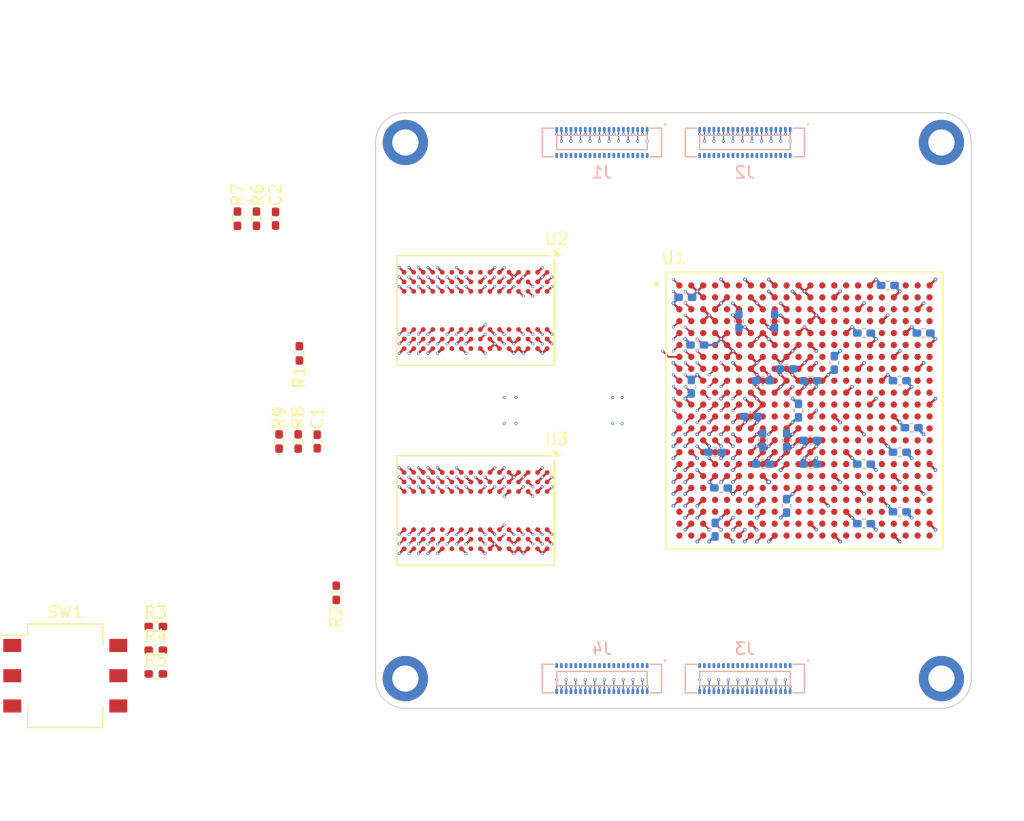
<source format=kicad_pcb>
(kicad_pcb (version 20240108) (generator "pcbnew") (generator_version "8.0")
  (layers (0 "F.Cu" signal) (1 "In1.Cu" signal) (2 "In2.Cu" signal) (3 "In3.Cu" signal) (4 "In4.Cu" signal) (5 "In5.Cu" signal) (6 "In6.Cu" signal) (31 "B.Cu" signal) (34 "B.Paste" user) (35 "F.Paste" user) (36 "B.SilkS" user "B.Silkscreen") (37 "F.SilkS" user "F.Silkscreen") (38 "B.Mask" user) (39 "F.Mask" user) (44 "Edge.Cuts" user))
  (net 0 "")
  (net 221 "/DDR3/DDR_A12")
  (net 222 "/DDR3/~{DDR_RAS}")
  (net 223 "GND")
  (net 224 "/DDR3/DDR_BA2")
  (net 226 "/DDR3/DDR_BA0")
  (net 227 "/DDR3/DDR_A3")
  (net 228 "/DDR3/DDR_D1")
  (net 229 "/DDR3/~{DDR_WE}")
  (net 231 "/DDR3/DDR_DQS2-")
  (net 232 "/DDR3/DDR_CLK_E")
  (net 233 "/DDR3/DDR_CLK-")
  (net 234 "/DDR3/DDR_D2")
  (net 235 "/DDR3/DDR_D12")
  (net 236 "/DDR3/DDR_A14")
  (net 237 "Net-(U2-ZQ)")
  (net 238 "/DDR3/DDR_DM1")
  (net 239 "/DDR3/DDR_D13")
  (net 240 "/DDR3/DDR_D11")
  (net 241 "/DDR3/DDR_A0")
  (net 242 "/DDR3/DDR_A2")
  (net 243 "/DDR3/DDR_D5")
  (net 244 "/DDR3/DDR_A9")
  (net 245 "/DDR3/DDR_D6")
  (net 247 "/DDR3/DDR_D0")
  (net 248 "/DDR3/DDR_CLK+")
  (net 249 "/DDR3/DDR_A10")
  (net 250 "/DDR3/DDR_DQS0-")
  (net 251 "/DDR3/DDR_A8")
  (net 253 "/DDR3/~{DDR_RST}")
  (net 254 "/DDR3/DDR_DM0")
  (net 255 "/DDR3/DDR_A6")
  (net 257 "/DDR3/DDR_DQS2+")
  (net 258 "/DDR3/DDR_D14")
  (net 259 "/DDR3/DDR_D8")
  (net 260 "/DDR3/DDR_D15")
  (net 261 "/DDR3/DDR_D3")
  (net 262 "/DDR3/~{DDR_CAS}")
  (net 263 "/DDR3/DDR_BA1")
  (net 264 "/DDR3/DDR_A1")
  (net 265 "/DDR3/DDR_D9")
  (net 266 "/DDR3/DDR_A13")
  (net 267 "/DDR3/DDR_ODT")
  (net 268 "/DDR3/DDR_D10")
  (net 269 "/DDR3/DDR_D7")
  (net 270 "/DDR3/DDR_A4")
  (net 271 "/DDR3/DDR_A11")
  (net 272 "/DDR3/DDR_D4")
  (net 273 "/DDR3/DDR_A5")
  (net 274 "/DDR3/DDR_A7")
  (net 275 "/DDR3/DDR_DQS1-")
  (net 276 "/DDR3/~{DDR_CS}")
  (net 277 "/DDR3/DDR_D19")
  (net 278 "/DDR3/DDR_DQS3+")
  (net 280 "Net-(U3-ZQ)")
  (net 281 "/DDR3/DDR_D18")
  (net 282 "/DDR3/DDR_DM3")
  (net 283 "/DDR3/DDR_D24")
  (net 285 "/DDR3/DDR_D26")
  (net 286 "/DDR3/DDR_D30")
  (net 287 "/DDR3/DDR_D25")
  (net 289 "/DDR3/DDR_DM2")
  (net 290 "/DDR3/DDR_D17")
  (net 291 "/DDR3/DDR_D27")
  (net 292 "/DDR3/DDR_D22")
  (net 293 "/DDR3/DDR_DQS0+")
  (net 294 "/DDR3/DDR_D31")
  (net 295 "/DDR3/DDR_D29")
  (net 296 "/DDR3/DDR_DQS3-")
  (net 298 "/DDR3/DDR_D21")
  (net 299 "/DDR3/DDR_D16")
  (net 300 "/DDR3/DDR_D28")
  (net 301 "/DDR3/DDR_D23")
  (net 302 "/DDR3/DDR_D20")
  (net 303 "/DDR3/DDR_DQS1+")
  (net 305 "+1V35")
  (net 306 "VBANK15")
  (net 307 "VBANK13")
  (net 308 "+1V0")
  (net 309 "VBANK14")
  (net 310 "+1V2")
  (net 311 "VBANK16")
  (net 312 "+1V8")
  (net 314 "Net-(U3-VREFCA)")
  (net 315 "Net-(U2-VREFCA)")
  (net 316 "/M0")
  (net 317 "/M1")
  (net 318 "+3V3")
  (net 319 "/M2")
  (net 320 "/QPI_D2")
  (net 321 "/QPI_D0")
  (net 322 "/QPI_CCLK")
  (net 323 "/QPI_D1")
  (net 324 "/QPI_D3")
  (net 325 "/QPI_CS")
  (net 326 "/DONE")
  (net 348 "unconnected-(J1-Pin_16-Pad16)")
  (net 352 "unconnected-(J1-Pin_17-Pad17)")
  (net 354 "unconnected-(J1-Pin_1-Pad1)")
  (net 357 "unconnected-(J1-Pin_14-Pad14)")
  (net 360 "unconnected-(J1-Pin_8-Pad8)")
  (net 361 "unconnected-(J1-Pin_20-Pad20)")
  (net 363 "unconnected-(J1-Pin_5-Pad5)")
  (net 364 "unconnected-(J1-Pin_9-Pad9)")
  (net 365 "unconnected-(J1-Pin_4-Pad4)")
  (net 366 "unconnected-(J1-Pin_18-Pad18)")
  (net 368 "unconnected-(J1-Pin_6-Pad6)")
  (net 369 "unconnected-(J1-Pin_7-Pad7)")
  (net 371 "unconnected-(J1-Pin_15-Pad15)")
  (net 372 "unconnected-(J1-Pin_3-Pad3)")
  (net 373 "unconnected-(J1-Pin_13-Pad13)")
  (net 374 "unconnected-(J1-Pin_19-Pad19)")
  (net 376 "unconnected-(J1-Pin_11-Pad11)")
  (net 377 "unconnected-(J1-Pin_10-Pad10)")
  (net 382 "unconnected-(J1-Pin_2-Pad2)")
  (net 385 "unconnected-(J1-Pin_12-Pad12)")
  (net 386 "unconnected-(J2-Pin_17-Pad17)")
  (net 387 "unconnected-(J2-Pin_3-Pad3)")
  (net 388 "unconnected-(J2-Pin_13-Pad13)")
  (net 389 "unconnected-(J2-Pin_19-Pad19)")
  (net 390 "unconnected-(J2-Pin_18-Pad18)")
  (net 391 "unconnected-(J2-Pin_20-Pad20)")
  (net 395 "unconnected-(J2-Pin_1-Pad1)")
  (net 396 "unconnected-(J2-Pin_11-Pad11)")
  (net 399 "unconnected-(J2-Pin_15-Pad15)")
  (net 400 "unconnected-(J2-Pin_16-Pad16)")
  (net 409 "unconnected-(J2-Pin_6-Pad6)")
  (net 410 "unconnected-(J2-Pin_9-Pad9)")
  (net 412 "unconnected-(J2-Pin_12-Pad12)")
  (net 413 "unconnected-(J2-Pin_5-Pad5)")
  (net 414 "unconnected-(J2-Pin_7-Pad7)")
  (net 416 "unconnected-(J2-Pin_10-Pad10)")
  (net 418 "unconnected-(J2-Pin_4-Pad4)")
  (net 419 "unconnected-(J2-Pin_2-Pad2)")
  (net 420 "unconnected-(J2-Pin_14-Pad14)")
  (net 425 "unconnected-(J2-Pin_8-Pad8)")
  (net 426 "unconnected-(J3-Pin_34-Pad34)")
  (net 427 "unconnected-(J3-Pin_29-Pad29)")
  (net 428 "unconnected-(J3-Pin_28-Pad28)")
  (net 429 "unconnected-(J3-Pin_30-Pad30)")
  (net 431 "unconnected-(J3-Pin_33-Pad33)")
  (net 435 "unconnected-(J3-Pin_24-Pad24)")
  (net 436 "unconnected-(J3-Pin_21-Pad21)")
  (net 437 "unconnected-(J3-Pin_35-Pad35)")
  (net 439 "unconnected-(J3-Pin_38-Pad38)")
  (net 440 "unconnected-(J3-Pin_27-Pad27)")
  (net 443 "unconnected-(J3-Pin_39-Pad39)")
  (net 447 "unconnected-(J3-Pin_36-Pad36)")
  (net 450 "unconnected-(J3-Pin_22-Pad22)")
  (net 451 "unconnected-(J3-Pin_40-Pad40)")
  (net 454 "unconnected-(J3-Pin_31-Pad31)")
  (net 455 "unconnected-(J3-Pin_26-Pad26)")
  (net 459 "unconnected-(J3-Pin_32-Pad32)")
  (net 460 "unconnected-(J3-Pin_37-Pad37)")
  (net 462 "unconnected-(J3-Pin_25-Pad25)")
  (net 463 "unconnected-(J3-Pin_23-Pad23)")
  (net 467 "unconnected-(J4-Pin_34-Pad34)")
  (net 468 "unconnected-(J4-Pin_28-Pad28)")
  (net 469 "unconnected-(J4-Pin_37-Pad37)")
  (net 470 "unconnected-(J4-Pin_23-Pad23)")
  (net 471 "unconnected-(J4-Pin_32-Pad32)")
  (net 476 "unconnected-(J4-Pin_38-Pad38)")
  (net 478 "unconnected-(J4-Pin_22-Pad22)")
  (net 481 "unconnected-(J4-Pin_31-Pad31)")
  (net 483 "unconnected-(J4-Pin_30-Pad30)")
  (net 484 "unconnected-(J4-Pin_33-Pad33)")
  (net 485 "unconnected-(J4-Pin_29-Pad29)")
  (net 487 "unconnected-(J4-Pin_27-Pad27)")
  (net 490 "unconnected-(J4-Pin_25-Pad25)")
  (net 492 "unconnected-(J4-Pin_35-Pad35)")
  (net 493 "unconnected-(J4-Pin_24-Pad24)")
  (net 497 "unconnected-(J4-Pin_36-Pad36)")
  (net 498 "unconnected-(J4-Pin_40-Pad40)")
  (net 500 "unconnected-(J4-Pin_39-Pad39)")
  (net 503 "unconnected-(J4-Pin_26-Pad26)")
  (net 505 "unconnected-(J4-Pin_21-Pad21)")
  (footprint "Capacitor_SMD:C_0402_1005Metric_Pad0.74x0.62mm_HandSolder" (layer "F.Cu") (at -44.4 -16.1025 90)
    (property "Reference" "C2")
    (property "Value" "1nF")
  )
  (footprint "MountingHole:MountingHole_2.2mm_M2_DIN965_Pad" (layer "F.Cu") (at 11.5 -22.5)
    (property "Reference" "H1" (hide yes))
    (property "Value" "MountingHole_Pad")
  )
  (footprint "eec:Xilinx-XC7A200T-3FBG484E-0-0-MFG" (layer "F.Cu") (at 0 0)
    (property "Reference" "U1")
    (property "Value" "XC7A200T-3FBG484E")
  )
  (footprint "Package_BGA:BGA-96_9.0x13.0mm_Layout2x3x16_P0.8mm" (layer "F.Cu") (at -27.6 -8.4 -90)
    (property "Reference" "U2")
    (property "Value" "AS4C256M16D3")
  )
  (footprint "Resistor_SMD:R_0402_1005Metric_Pad0.72x0.64mm_HandSolder" (layer "F.Cu") (at -46 -16.1025 -90)
    (property "Reference" "R6")
    (property "Value" "10k")
  )
  (footprint "Resistor_SMD:R_0402_1005Metric_Pad0.72x0.64mm_HandSolder" (layer "F.Cu") (at -54.45 18.13)
    (property "Reference" "R3")
    (property "Value" "10K")
  )
  (footprint "Resistor_SMD:R_0402_1005Metric_Pad0.72x0.64mm_HandSolder" (layer "F.Cu") (at -54.45 20.12)
    (property "Reference" "R4")
    (property "Value" "10K")
  )
  (footprint "Resistor_SMD:R_0402_1005Metric_Pad0.72x0.64mm_HandSolder" (layer "F.Cu") (at -47.6 -16.1025 90)
    (property "Reference" "R7")
    (property "Value" "10k")
  )
  (footprint "MountingHole:MountingHole_2.2mm_M2_DIN965_Pad" (layer "F.Cu") (at -33.5 -22.5)
    (property "Reference" "H2" (hide yes))
    (property "Value" "MountingHole_Pad")
  )
  (footprint "Resistor_SMD:R_0402_1005Metric_Pad0.72x0.64mm_HandSolder" (layer "F.Cu") (at -44.1 2.6 90)
    (property "Reference" "R9")
    (property "Value" "10k")
  )
  (footprint "Resistor_SMD:R_0402_1005Metric_Pad0.72x0.64mm_HandSolder" (layer "F.Cu") (at -54.45 22.11)
    (property "Reference" "R5")
    (property "Value" "10K")
  )
  (footprint "Capacitor_SMD:C_0402_1005Metric_Pad0.74x0.62mm_HandSolder" (layer "F.Cu") (at -40.9 2.6 90)
    (property "Reference" "C1")
    (property "Value" "1nF")
  )
  (footprint "MountingHole:MountingHole_2.2mm_M2_DIN965_Pad" (layer "F.Cu") (at 11.5 22.5)
    (property "Reference" "H3" (hide yes))
    (property "Value" "MountingHole_Pad")
  )
  (footprint "Package_BGA:BGA-96_9.0x13.0mm_Layout2x3x16_P0.8mm" (layer "F.Cu") (at -27.6 8.4 -90)
    (property "Reference" "U3")
    (property "Value" "AS4C256M16D3")
  )
  (footprint "MountingHole:MountingHole_2.2mm_M2_DIN965_Pad" (layer "F.Cu") (at -33.5 22.5)
    (property "Reference" "H4" (hide yes))
    (property "Value" "MountingHole_Pad")
  )
  (footprint "Resistor_SMD:R_0402_1005Metric_Pad0.72x0.64mm_HandSolder" (layer "F.Cu") (at -42.4 -4.8 -90)
    (property "Reference" "R1")
    (property "Value" "240R")
  )
  (footprint "Button_Switch_SMD:SW_DIP_SPSTx03_Slide_Omron_A6S-310x_W8.9mm_P2.54mm" (layer "F.Cu") (at -62.05 22.26)
    (property "Reference" "SW1")
    (property "Value" "SW_DIP_x03")
  )
  (footprint "Resistor_SMD:R_0402_1005Metric_Pad0.72x0.64mm_HandSolder" (layer "F.Cu") (at -39.3 15.3 -90)
    (property "Reference" "R2")
    (property "Value" "240R")
  )
  (footprint "Resistor_SMD:R_0402_1005Metric_Pad0.72x0.64mm_HandSolder" (layer "F.Cu") (at -42.5 2.6 -90)
    (property "Reference" "R8")
    (property "Value" "10k")
  )
  (footprint "Capacitor_SMD:C_0402_1005Metric_Pad0.74x0.62mm_HandSolder" (layer "B.Cu") (at 5 4.5)
    (property "Reference" "C26" (hide yes))
    (property "Value" "100nF")
  )
  (footprint "Mezzanine:Mezz_02x20_p0.5mm_M" (layer "B.Cu") (at -17 22.5 90)
    (property "Reference" "J4")
    (property "Value" "Conn_02x20_Counter_Clockwise")
  )
  (footprint "Capacitor_SMD:C_0402_1005Metric_Pad0.74x0.62mm_HandSolder" (layer "B.Cu") (at -3.5 2.5 90)
    (property "Reference" "C8" (hide yes))
    (property "Value" "100nF")
  )
  (footprint "Capacitor_SMD:C_0402_1005Metric_Pad0.74x0.62mm_HandSolder" (layer "B.Cu") (at 5 -6.5)
    (property "Reference" "C19" (hide yes))
    (property "Value" "100nF")
  )
  (footprint "Capacitor_SMD:C_0402_1005Metric_Pad0.74x0.62mm_HandSolder" (layer "B.Cu") (at 0.5 2.5)
    (property "Reference" "C10" (hide yes))
    (property "Value" "100nF")
  )
  (footprint "Capacitor_SMD:C_0402_1005Metric_Pad0.74x0.62mm_HandSolder" (layer "B.Cu") (at 8 -2.5 180)
    (property "Reference" "C21" (hide yes))
    (property "Value" "100nF")
  )
  (footprint "Capacitor_SMD:C_0402_1005Metric_Pad0.74x0.62mm_HandSolder" (layer "B.Cu") (at -9 -5.5)
    (property "Reference" "C14" (hide yes))
    (property "Value" "100nF")
  )
  (footprint "Mezzanine:Mezz_02x20_p0.5mm_M" (layer "B.Cu") (at -17 -22.5 90)
    (property "Reference" "J1")
    (property "Value" "Conn_02x20_Counter_Clockwise")
  )
  (footprint "Capacitor_SMD:C_0402_1005Metric_Pad0.74x0.62mm_HandSolder" (layer "B.Cu") (at 0.5 -2.5 180)
    (property "Reference" "C11" (hide yes))
    (property "Value" "100nF")
  )
  (footprint "Capacitor_SMD:C_0402_1005Metric_Pad0.74x0.62mm_HandSolder" (layer "B.Cu") (at -1.5 8 90)
    (property "Reference" "C29" (hide yes))
    (property "Value" "100nF")
  )
  (footprint "Capacitor_SMD:C_0402_1005Metric_Pad0.74x0.62mm_HandSolder" (layer "B.Cu") (at -10 -9.5)
    (property "Reference" "C13" (hide yes))
    (property "Value" "100nF")
  )
  (footprint "Mezzanine:Mezz_02x20_p0.5mm_M" (layer "B.Cu") (at -5 22.5 90)
    (property "Reference" "J3")
    (property "Value" "Conn_02x20_Counter_Clockwise")
  )
  (footprint "Capacitor_SMD:C_0402_1005Metric_Pad0.74x0.62mm_HandSolder" (layer "B.Cu") (at 8 3.5)
    (property "Reference" "C25" (hide yes))
    (property "Value" "100nF")
  )
  (footprint "Mezzanine:Mezz_02x20_p0.5mm_M" (layer "B.Cu") (at -5 -22.5 90)
    (property "Reference" "J2")
    (property "Value" "Conn_02x20_Counter_Clockwise")
  )
  (footprint "Capacitor_SMD:C_0402_1005Metric_Pad0.74x0.62mm_HandSolder" (layer "B.Cu") (at 10 -6.5 180)
    (property "Reference" "C20" (hide yes))
    (property "Value" "100nF")
  )
  (footprint "Capacitor_SMD:C_0402_1005Metric_Pad0.74x0.62mm_HandSolder" (layer "B.Cu") (at -7.5 3.5 180)
    (property "Reference" "C16" (hide yes))
    (property "Value" "100nF")
  )
  (footprint "Capacitor_SMD:C_0402_1005Metric_Pad0.74x0.62mm_HandSolder" (layer "B.Cu") (at -5.5 -7.5 -90)
    (property "Reference" "C9" (hide yes))
    (property "Value" "100nF")
  )
  (footprint "Capacitor_SMD:C_0402_1005Metric_Pad0.74x0.62mm_HandSolder" (layer "B.Cu") (at 5 9.5 180)
    (property "Reference" "C28" (hide yes))
    (property "Value" "100nF")
  )
  (footprint "Capacitor_SMD:C_0402_1005Metric_Pad0.74x0.62mm_HandSolder" (layer "B.Cu") (at 8 8.5 180)
    (property "Reference" "C24" (hide yes))
    (property "Value" "100nF")
  )
  (footprint "Capacitor_SMD:C_0402_1005Metric_Pad0.74x0.62mm_HandSolder" (layer "B.Cu") (at 0.5 4.5 180)
    (property "Reference" "C27" (hide yes))
    (property "Value" "100nF")
  )
  (footprint "Capacitor_SMD:C_0402_1005Metric_Pad0.74x0.62mm_HandSolder" (layer "B.Cu") (at -7.5 10 90)
    (property "Reference" "C17" (hide yes))
    (property "Value" "100nF")
  )
  (footprint "Capacitor_SMD:C_0402_1005Metric_Pad0.74x0.62mm_HandSolder" (layer "B.Cu") (at -0.5 0 -90)
    (property "Reference" "C31" (hide yes))
    (property "Value" "100nF")
  )
  (footprint "Capacitor_SMD:C_0402_1005Metric_Pad0.74x0.62mm_HandSolder" (layer "B.Cu") (at -1.5 2.5 -90)
    (property "Reference" "C7" (hide yes))
    (property "Value" "100nF")
  )
  (footprint "Capacitor_SMD:C_0402_1005Metric_Pad0.74x0.62mm_HandSolder" (layer "B.Cu") (at 2.5 -4 90)
    (property "Reference" "C22" (hide yes))
    (property "Value" "100nF")
  )
  (footprint "Capacitor_SMD:C_0402_1005Metric_Pad0.74x0.62mm_HandSolder" (layer "B.Cu") (at 9 1.44 180)
    (property "Reference" "C23" (hide yes))
    (property "Value" "100nF")
  )
  (footprint "Capacitor_SMD:C_0402_1005Metric_Pad0.74x0.62mm_HandSolder" (layer "B.Cu") (at -7 6.5 180)
    (property "Reference" "C15" (hide yes))
    (property "Value" "100nF")
  )
  (footprint "Capacitor_SMD:C_0402_1005Metric_Pad0.74x0.62mm_HandSolder" (layer "B.Cu") (at -1.5 -3.5 180)
    (property "Reference" "C3" (hide yes))
    (property "Value" "100nF")
  )
  (footprint "Capacitor_SMD:C_0402_1005Metric_Pad0.74x0.62mm_HandSolder" (layer "B.Cu") (at -4.5 0.5 180)
    (property "Reference" "C5" (hide yes))
    (property "Value" "100nF")
  )
  (footprint "Capacitor_SMD:C_0402_1005Metric_Pad0.74x0.62mm_HandSolder" (layer "B.Cu") (at -3.5 4.5 180)
    (property "Reference" "C6" (hide yes))
    (property "Value" "100nF")
  )
  (footprint "Capacitor_SMD:C_0402_1005Metric_Pad0.74x0.62mm_HandSolder" (layer "B.Cu") (at 7 -10.5)
    (property "Reference" "C18" (hide yes))
    (property "Value" "100nF")
  )
  (footprint "Capacitor_SMD:C_0402_1005Metric_Pad0.74x0.62mm_HandSolder" (layer "B.Cu") (at -3.5 -2.5 180)
    (property "Reference" "C4" (hide yes))
    (property "Value" "100nF")
  )
  (footprint "Capacitor_SMD:C_0402_1005Metric_Pad0.74x0.62mm_HandSolder" (layer "B.Cu") (at -9.5 -2 -90)
    (property "Reference" "C12" (hide yes))
    (property "Value" "100nF")
  )
  (footprint "Capacitor_SMD:C_0402_1005Metric_Pad0.74x0.62mm_HandSolder" (layer "B.Cu") (at -2.5 -7.5 -90)
    (property "Reference" "C30" (hide yes))
    (property "Value" "100nF")
  )
  (gr_line (start -33.5 25) (end 11.5 25) (stroke (width 0.1)) (layer "Edge.Cuts"))
  (gr_arc (start 11.5 -25) (mid 13.267767 -24.267767) (end 14 -22.5) (stroke (width 0.1)) (layer "Edge.Cuts"))
  (gr_arc (start -33.5 25) (mid -35.267767 24.267767) (end -36 22.5) (stroke (width 0.1)) (layer "Edge.Cuts"))
  (gr_line (start -36 -22.5) (end -36 22.5) (stroke (width 0.1)) (layer "Edge.Cuts"))
  (gr_arc (start -36 -22.5) (mid -35.267767 -24.267767) (end -33.5 -25) (stroke (width 0.1)) (layer "Edge.Cuts"))
  (gr_line (start 11.5 -25) (end -33.5 -25) (stroke (width 0.1)) (layer "Edge.Cuts"))
  (gr_arc (start 14 22.5) (mid 13.267767 24.267767) (end 11.5 25) (stroke (width 0.1)) (layer "Edge.Cuts"))
  (gr_line (start 14 22.5) (end 14 -22.5) (stroke (width 0.1)) (layer "Edge.Cuts"))
  (segment (start -31.2 -6.8) (end -31.6 -6.4) (width 0.15) (layer "F.Cu") (net 221))
  (segment (start -6 4) (end -5.5 3.5) (width 0.15) (layer "F.Cu") (net 221))
  (segment (start -31.2 10) (end -31.6 10.4) (width 0.15) (layer "F.Cu") (net 221))
  (via (at -31.6 10.4) (size 0.25) (drill 0.15) (layers "F.Cu" "B.Cu") (net 221))
  (via (at -31.6 -6.4) (size 0.25) (drill 0.15) (layers "F.Cu" "B.Cu") (net 221))
  (via (at -6 4) (size 0.3) (drill 0.15) (layers "F.Cu" "B.Cu") (net 221))
  (segment (start -11 8) (end -10.5 7.5) (width 0.15) (layer "F.Cu") (net 222))
  (segment (start -28 -10) (end -28.4 -10.4) (width 0.15) (layer "F.Cu") (net 222))
  (segment (start -28 6.8) (end -28.4 6.4) (width 0.15) (layer "F.Cu") (net 222))
  (via (at -28.4 6.4) (size 0.25) (drill 0.15) (layers "F.Cu" "B.Cu") (net 222))
  (via (at -28.4 -10.4) (size 0.25) (drill 0.15) (layers "F.Cu" "B.Cu") (net 222))
  (via (at -11 8) (size 0.3) (drill 0.15) (layers "F.Cu" "B.Cu") (net 222))
  (segment (start -2.5 -10.5) (end -3 -11) (width 0.2) (layer "F.Cu") (net 223))
  (segment (start -4 4) (end -4.5 4.5) (width 0.2) (layer "F.Cu") (net 223))
  (segment (start -1 1) (end -1.5 1.5) (width 0.2) (layer "F.Cu") (net 223))
  (segment (start -22.4 -10) (end -22 -10.4) (width 0.2) (layer "F.Cu") (net 223))
  (segment (start 0.5 -6.5) (end 0 -7) (width 0.2) (layer "F.Cu") (net 223))
  (segment (start -7.5 -7.5) (end -8 -8) (width 0.2) (layer "F.Cu") (net 223))
  (segment (start -26.4 11.6) (end -26 11.2) (width 0.2) (layer "F.Cu") (net 223))
  (segment (start -30.8 12) (end -30.4 11.6) (width 0.2) (layer "F.Cu") (net 223))
  (segment (start -26.4 -6) (end -25.6 -5.2) (width 0.2) (layer "F.Cu") (net 223))
  (segment (start -4 -1) (end -4.5 -1.5) (width 0.2) (layer "F.Cu") (net 223))
  (segment (start 8.5 3.5) (end 9 4) (width 0.2) (layer "F.Cu") (net 223))
  (segment (start -24 -6) (end -24.4 -5.6) (width 0.2) (layer "F.Cu") (net 223))
  (segment (start -6.5 -10.5) (end -7 -11) (width 0.2) (layer "F.Cu") (net 223))
  (segment (start -6.5 8.5) (end -7 9) (width 0.2) (layer "F.Cu") (net 223))
  (segment (start -2 -2) (end -1.5 -2.5) (width 0.2) (layer "F.Cu") (net 223))
  (segment (start -2.5 2.5) (end -3 3) (width 0.2) (layer "F.Cu") (net 223))
  (segment (start 5.5 4.5) (end 6 5) (width 0.2) (layer "F.Cu") (net 223))
  (segment (start -10.5 -3.5) (end -11 -4) (width 0.2) (layer "F.Cu") (net 223))
  (segment (start 1.5 -7.5) (end 1 -8) (width 0.2) (layer "F.Cu") (net 223))
  (segment (start -9.5 -0.5) (end -10 -1) (width 0.2) (layer "F.Cu") (net 223))
  (segment (start -8.5 -7.5) (end -8 -8) (width 0.2) (layer "F.Cu") (net 223))
  (segment (start 9.5 6.5) (end 10 7) (width 0.2) (layer "F.Cu") (net 223))
  (segment (start -2.5 -1.5) (end -2 -2) (width 0.2) (layer "F.Cu") (net 223))
  (segment (start -1.5 -2.5) (end -2 -3) (width 0.2) (layer "F.Cu") (net 223))
  (segment (start -24 5.2) (end -24.8 6) (width 0.2) (layer "F.Cu") (net 223))
  (segment (start -8.5 2.5) (end -8 3) (width 0.2) (layer "F.Cu") (net 223))
  (segment (start -0.5 -6.5) (end 0 -7) (width 0.2) (layer "F.Cu") (net 223))
  (segment (start -3.5 7.5) (end -4 8) (width 0.2) (layer "F.Cu") (net 223))
  (segment (start -4.5 -4.5) (end -4 -4) (width 0.2) (layer "F.Cu") (net 223))
  (segment (start -4 2) (end -4.5 2.5) (width 0.2) (layer "F.Cu") (net 223))
  (segment (start -1.5 -4.5) (end -2 -4) (width 0.2) (layer "F.Cu") (net 223))
  (segment (start 1 3) (end 1.5 2.5) (width 0.2) (layer "F.Cu") (net 223))
  (segment (start 8.5 -6.5) (end 9 -7) (width 0.2) (layer "F.Cu") (net 223))
  (segment (start 10.5 -0.5) (end 11 -1) (width 0.2) (layer "F.Cu") (net 223))
  (segment (start -24.8 -6) (end -24.4 -5.6) (width 0.2) (layer "F.Cu") (net 223))
  (segment (start -3.5 1.5) (end -4 2) (width 0.2) (layer "F.Cu") (net 223))
  (segment (start -9.5 9.5) (end -10 10) (width 0.2) (layer "F.Cu") (net 223))
  (segment (start 4.5 1.5) (end 5 2) (width 0.2) (layer "F.Cu") (net 223))
  (segment (start -34 12) (end -33.6 11.6) (width 0.2) (layer "F.Cu") (net 223))
  (segment (start -7.5 5.5) (end -8 6) (width 0.2) (layer "F.Cu") (net 223))
  (segment (start -21.6 11.6) (end -22 12) (width 0.2) (layer "F.Cu") (net 223))
  (segment (start -0.5 0.5) (end -1 1) (width 0.2) (layer "F.Cu") (net 223))
  (segment (start -4.5 -3.5) (end -4 -3) (width 0.2) (layer "F.Cu") (net 223))
  (segment (start -28.4 -5.6) (end -28 -6) (width 0.2) (layer "F.Cu") (net 223))
  (segment (start -32 -11.6) (end -32.4 -12) (width 0.2) (layer "F.Cu") (net 223))
  (segment (start 3.5 8.5) (end 4 9) (width 0.2) (layer "F.Cu") (net 223))
  (segment (start -22.4 11.6) (end -22 12) (width 0.2) (layer "F.Cu") (net 223))
  (segment (start 9.5 -3.5) (end 10 -4) (width 0.2) (layer "F.Cu") (net 223))
  (segment (start 7.5 0.5) (end 8 1) (width 0.2) (layer "F.Cu") (net 223))
  (segment (start -2.5 -6.5) (end -3 -7) (width 0.2) (layer "F.Cu") (net 223))
  (segment (start -28 -10.8) (end -28.4 -11.2) (width 0.2) (layer "F.Cu") (net 223))
  (segment (start -26.4 10.8) (end -25.6 11.6) (width 0.2) (layer "F.Cu") (net 223))
  (segment (start -1.5 -4.5) (end -1 -5) (width 0.2) (layer "F.Cu") (net 223))
  (segment (start -26.4 -11.6) (end -26 -12) (width 0.2) (layer "F.Cu") (net 223))
  (segment (start -32.4 -4.8) (end -32 -5.2) (width 0.2) (layer "F.Cu") (net 223))
  (segment (start 4.5 -8.5) (end 5 -9) (width 0.2) (layer "F.Cu") (net 223))
  (segment (start -5.5 -4.5) (end -6 -5) (width 0.2) (layer "F.Cu") (net 223))
  (segment (start -9.5 -10.5) (end -9 -10) (width 0.2) (layer "F.Cu") (net 223))
  (segment (start -0.5 -3.5) (end 0 -4) (width 0.2) (layer "F.Cu") (net 223))
  (segment (start 0 -4) (end 0.5 -4.5) (width 0.2) (layer "F.Cu") (net 223))
  (segment (start 3.5 -1.5) (end 4 -2) (width 0.2) (layer "F.Cu") (net 223))
  (segment (start -28.4 11.2) (end -28 10.8) (width 0.2) (layer "F.Cu") (net 223))
  (segment (start -1 3) (end -0.5 2.5) (width 0.2) (layer "F.Cu") (net 223))
  (segment (start -33.6 5.2) (end -34 4.8) (width 0.2) (layer "F.Cu") (net 223))
  (segment (start -6 -5) (end -6.5 -5.5) (width 0.2) (layer "F.Cu") (net 223))
  (segment (start 10.5 -10.5) (end 11 -11) (width 0.2) (layer "F.Cu") (net 223))
  (segment (start -6.5 -5.5) (end -7 -6) (width 0.2) (layer "F.Cu") (net 223))
  (segment (start 2.5 5.5) (end 3 6) (width 0.2) (layer "F.Cu") (net 223))
  (segment (start 7.5 10.5) (end 8 11) (width 0.2) (layer "F.Cu") (net 223))
  (segment (start -4.5 -6.5) (end -5 -7) (width 0.2) (layer "F.Cu") (net 223))
  (segment (start -0.5 4.5) (end 0 4) (width 0.2) (layer "F.Cu") (net 223))
  (segment (start -26.4 5.2) (end -26 4.8) (width 0.2) (layer "F.Cu") (net 223))
  (segment (start -0.5 6.5) (end -1 7) (width 0.2) (layer "F.Cu") (net 223))
  (segment (start 1 -8) (end 0.5 -8.5) (width 0.2) (layer "F.Cu") (net 223))
  (segment (start -4.5 -10.5) (end -5 -11) (width 0.2) (layer "F.Cu") (net 223))
  (segment (start -2.5 1.5) (end -3 2) (width 0.2) (layer "F.Cu") (net 223))
  (segment (start -28 6) (end -28.4 5.6) (width 0.2) (layer "F.Cu") (net 223))
  (segment (start -22.4 -5.2) (end -22 -4.8) (width 0.2) (layer "F.Cu") (net 223))
  (segment (start -2.5 4.5) (end -2 4) (width 0.2) (layer "F.Cu") (net 223))
  (segment (start -8.5 -10.5) (end -9 -10) (width 0.2) (layer "F.Cu") (net 223))
  (segment (start -21.6 -5.2) (end -22 -4.8) (width 0.2) (layer "F.Cu") (net 223))
  (segment (start 0.5 -10.5) (end 0 -10) (width 0.2) (layer "F.Cu") (net 223))
  (segment (start 7.5 -9.5) (end 8 -10) (width 0.2) (layer "F.Cu") (net 223))
  (segment (start -5 1) (end -5.5 1.5) (width 0.2) (layer "F.Cu") (net 223))
  (segment (start -2.5 -4.5) (end -2 -4) (width 0.2) (layer "F.Cu") (net 223))
  (segment (start -22.4 -11.6) (end -22 -12) (width 0.2) (layer "F.Cu") (net 223))
  (segment (start -32.4 12) (end -32 11.6) (width 0.2) (layer "F.Cu") (net 223))
  (segment (start -30.8 -4.8) (end -30.4 -5.2) (width 0.2) (layer "F.Cu") (net 223))
  (segment (start -26.4 -5.2) (end -26 -5.6) (width 0.2) (layer "F.Cu") (net 223))
  (segment (start -3.5 -2.5) (end -4 -3) (width 0.2) (layer "F.Cu") (net 223))
  (segment (start -33.6 -11.6) (end -34 -12) (width 0.2) (layer "F.Cu") (net 223))
  (segment (start -3.5 -0.5) (end -5 1) (width 0.2) (layer "F.Cu") (net 223))
  (segment (start -4.5 -3.5) (end -4 -4) (width 0.2) (layer "F.Cu") (net 223))
  (segment (start -22.4 5.2) (end -22 4.8) (width 0.2) (layer "F.Cu") (net 223))
  (segment (start 5.5 -5.5) (end 6 -6) (width 0.2) (layer "F.Cu") (net 223))
  (segment (start 0 -2) (end 0.5 -2.5) (width 0.2) (layer "F.Cu") (net 223))
  (segment (start -10.5 6.5) (end -11 7) (width 0.2) (layer "F.Cu") (net 223))
  (segment (start -24.8 5.2) (end -24.4 5.6) (width 0.2) (layer "F.Cu") (net 223))
  (segment (start -2.5 10.5) (end -3 11) (width 0.2) (layer "F.Cu") (net 223))
  (segment (start 0 -10) (end -0.5 -10.5) (width 0.2) (layer "F.Cu") (net 223))
  (segment (start 0 4) (end 1 3) (width 0.2) (layer "F.Cu") (net 223))
  (segment (start -0.5 -1.5) (end 0 -2) (width 0.2) (layer "F.Cu") (net 223))
  (segment (start -24 10.8) (end -24.4 11.2) (width 0.2) (layer "F.Cu") (net 223))
  (segment (start -1.5 -8.5) (end -2 -9) (width 0.2) (layer "F.Cu") (net 223))
  (segment (start -6.5 -4.5) (end -6 -5) (width 0.2) (layer "F.Cu") (net 223))
  (segment (start 2.5 -4.5) (end 3 -5) (width 0.2) (layer "F.Cu") (net 223))
  (segment (start -6.5 -6.5) (end -7 -6) (width 0.2) (layer "F.Cu") (net 223))
  (segment (start -30.4 -11.6) (end -30.8 -12) (width 0.2) (layer "F.Cu") (net 223))
  (segment (start -5.5 -8.5) (end -6 -9) (width 0.2) (layer "F.Cu") (net 223))
  (segment (start 0.5 -7.5) (end 1 -8) (width 0.2) (layer "F.Cu") (net 223))
  (segment (start -34 -4.8) (end -33.6 -5.2) (width 0.2) (layer "F.Cu") (net 223))
  (segment (start -7 -6) (end -7.5 -6.5) (width 0.2) (layer "F.Cu") (net 223))
  (segment (start -24 -11.6) (end -24.8 -10.8) (width 0.2) (layer "F.Cu") (net 223))
  (segment (start 0.5 9.5) (end 1 10) (width 0.2) (layer "F.Cu") (net 223))
  (segment (start 6.5 7.5) (end 7 8) (width 0.2) (layer "F.Cu") (net 223))
  (segment (start -1 -5) (end -0.5 -5.5) (width 0.2) (layer "F.Cu") (net 223))
  (segment (start 6.5 -2.5) (end 7 -3) (width 0.2) (layer "F.Cu") (net 223))
  (segment (start -2 4) (end -1 3) (width 0.2) (layer "F.Cu") (net 223))
  (segment (start -24.8 10.8) (end -24.4 11.2) (width 0.2) (layer "F.Cu") (net 223))
  (segment (start -22.4 6.8) (end -22 6.4) (width 0.2) (layer "F.Cu") (net 223))
  (segment (start -3 3) (end -4 4) (width 0.2) (layer "F.Cu") (net 223))
  (segment (start 10.5 9.5) (end 11 10) (width 0.2) (layer "F.Cu") (net 223))
  (segment (start -30.4 5.2) (end -30.8 4.8) (width 0.2) (layer "F.Cu") (net 223))
  (segment (start -2 -3) (end -2.5 -3.5) (width 0.2) (layer "F.Cu") (net 223))
  (segment (start -3 -7) (end -3.5 -7.5) (width 0.2) (layer "F.Cu") (net 223))
  (segment (start -32 5.2) (end -32.4 4.8) (width 0.2) (layer "F.Cu") (net 223))
  (segment (start -4 -4) (end -3.5 -4.5) (width 0.2) (layer "F.Cu") (net 223))
  (segment (start -3.5 -0.5) (end -4 -1) (width 0.2) (layer "F.Cu") (net 223))
  (segment (start -8 -8) (end -8.5 -8.5) (width 0.2) (layer "F.Cu") (net 223))
  (segment (start 0.5 -9.5) (end 0 -10) (width 0.2) (layer "F.Cu") (net 223))
  (segment (start -9 -10) (end -8.5 -9.5) (width 0.2) (layer "F.Cu") (net 223))
  (segment (start -6.5 -1.5) (end -7 -1) (width 0.2) (layer "F.Cu") (net 223))
  (segment (start -24.8 -11.6) (end -24.4 -11.2) (width 0.2) (layer "F.Cu") (net 223))
  (via (at 8 1) (size 0.3) (drill 0.15) (layers "F.Cu" "B.Cu") (net 223))
  (via (at -16.1 1.1) (size 0.25) (drill 0.15) (layers "F.Cu" "B.Cu") (net 223))
  (via (at -26 -12) (size 0.25) (drill 0.15) (layers "F.Cu" "B.Cu") (net 223))
  (via (at 1 10) (size 0.3) (drill 0.15) (layers "F.Cu" "B.Cu") (net 223))
  (via (at -28.4 11.2) (size 0.25) (drill 0.15) (layers "F.Cu" "B.Cu") (net 223))
  (via (at -28.4 -5.6) (size 0.25) (drill 0.15) (layers "F.Cu" "B.Cu") (net 223))
  (via (at -25.2 1.1) (size 0.25) (drill 0.15) (layers "F.Cu" "B.Cu") (net 223))
  (via (at -3 3) (size 0.3) (drill 0.15) (layers "F.Cu" "B.Cu") (net 223))
  (via (at -30.8 -12) (size 0.25) (drill 0.15) (layers "F.Cu" "B.Cu") (net 223))
  (via (at -1 3) (size 0.3) (drill 0.15) (layers "F.Cu" "B.Cu") (net 223))
  (via (at -24.4 -11.2) (size 0.25) (drill 0.15) (layers "F.Cu" "B.Cu") (net 223))
  (via (at -24.2 -1.1) (size 0.25) (drill 0.15) (layers "F.Cu" "B.Cu") (net 223))
  (via (at -9 -10) (size 0.3) (drill 0.15) (layers "F.Cu" "B.Cu") (net 223))
  (via (at -15.3 -1.1) (size 0.25) (drill 0.15) (layers "F.Cu" "B.Cu") (net 223))
  (via (at -11 7) (size 0.3) (drill 0.15) (layers "F.Cu" "B.Cu") (net 223))
  (via (at 6 -6) (size 0.3) (drill 0.15) (layers "F.Cu" "B.Cu") (net 223))
  (via (at 1 3) (size 0.3) (drill 0.15) (layers "F.Cu" "B.Cu") (net 223))
  (via (at 0 -10) (size 0.3) (drill 0.15) (layers "F.Cu" "B.Cu") (net 223))
  (via (at -10 10) (size 0.3) (drill 0.15) (layers "F.Cu" "B.Cu") (net 223))
  (via (at 11 10) (size 0.3) (drill 0.15) (layers "F.Cu" "B.Cu") (net 223))
  (via (at 6 5) (size 0.3) (drill 0.15) (layers "F.Cu" "B.Cu") (net 223))
  (via (at -32.4 4.8) (size 0.25) (drill 0.15) (layers "F.Cu" "B.Cu") (net 223))
  (via (at -24.4 5.6) (size 0.25) (drill 0.15) (layers "F.Cu" "B.Cu") (net 223))
  (via (at -26 4.8) (size 0.25) (drill 0.15) (layers "F.Cu" "B.Cu") (net 223))
  (via (at -8 6) (size 0.3) (drill 0.15) (layers "F.Cu" "B.Cu") (net 223))
  (via (at -34 4.8) (size 0.25) (drill 0.15) (layers "F.Cu" "B.Cu") (net 223))
  (via (at 4 9) (size 0.3) (drill 0.15) (layers "F.Cu" "B.Cu") (net 223))
  (via (at 0 4) (size 0.3) (drill 0.15) (layers "F.Cu" "B.Cu") (net 223))
  (via (at 7 8) (size 0.3) (drill 0.15) (layers "F.Cu" "B.Cu") (net 223))
  (via (at -4 4) (size 0.3) (drill 0.15) (layers "F.Cu" "B.Cu") (net 223))
  (via (at -22 4.8) (size 0.25) (drill 0.15) (layers "F.Cu" "B.Cu") (net 223))
  (via (at -24.4 11.2) (size 0.25) (drill 0.15) (layers "F.Cu" "B.Cu") (net 223))
  (via (at -7 -11) (size 0.3) (drill 0.15) (layers "F.Cu" "B.Cu") (net 223))
  (via (at -26 -5.6) (size 0.25) (drill 0.15) (layers "F.Cu" "B.Cu") (net 223))
  (via (at -32.4 -12) (size 0.25) (drill 0.15) (layers "F.Cu" "B.Cu") (net 223))
  (via (at -5 -7) (size 0.3) (drill 0.15) (layers "F.Cu" "B.Cu") (net 223))
  (via (at -15.3 1.1) (size 0.25) (drill 0.15) (layers "F.Cu" "B.Cu") (net 223))
  (via (at -16.1 -1.1) (size 0.25) (drill 0.15) (layers "F.Cu" "B.Cu") (net 223))
  (via (at -4 -1) (size 0.3) (drill 0.15) (layers "F.Cu" "B.Cu") (net 223))
  (via (at -7 -6) (size 0.3) (drill 0.15) (layers "F.Cu" "B.Cu") (net 223))
  (via (at 3 -5) (size 0.3) (drill 0.15) (layers "F.Cu" "B.Cu") (net 223))
  (via (at -34 12) (size 0.25) (drill 0.15) (layers "F.Cu" "B.Cu") (net 223))
  (via (at 8 -10) (size 0.3) (drill 0.15) (layers "F.Cu" "B.Cu") (net 223))
  (via (at -7 -1) (size 0.3) (drill 0.15) (layers "F.Cu" "B.Cu") (net 223))
  (via (at -24.2 1.1) (size 0.25) (drill 0.15) (layers "F.Cu" "B.Cu") (net 223))
  (via (at -26 11.2) (size 0.25) (drill 0.15) (layers "F.Cu" "B.Cu") (net 223))
  (via (at 5 2) (size 0.3) (drill 0.15) (layers "F.Cu" "B.Cu") (net 223))
  (via (at -30.8 12) (size 0.25) (drill 0.15) (layers "F.Cu" "B.Cu") (net 223))
  (via (at -8 3) (size 0.3) (drill 0.15) (layers "F.Cu" "B.Cu") (net 223))
  (via (at -30.8 4.8) (size 0.25) (drill 0.15) (layers "F.Cu" "B.Cu") (net 223))
  (via (at 4 -2) (size 0.3) (drill 0.15) (layers "F.Cu" "B.Cu") (net 223))
  (via (at -22 -4.8) (size 0.25) (drill 0.15) (layers "F.Cu" "B.Cu") (net 223))
  (via (at -4 8) (size 0.3) (drill 0.15) (layers "F.Cu" "B.Cu") (net 223))
  (via (at 0 -7) (size 0.3) (drill 0.15) (layers "F.Cu" "B.Cu") (net 223))
  (via (at -6 -9) (size 0.3) (drill 0.15) (layers "F.Cu" "B.Cu") (net 223))
  (via (at -5 -11) (size 0.3) (drill 0.15) (layers "F.Cu" "B.Cu") (net 223))
  (via (at 7 -3) (size 0.3) (drill 0.15) (layers "F.Cu" "B.Cu") (net 223))
  (via (at 0 -4) (size 0.3) (drill 0.15) (layers "F.Cu" "B.Cu") (net 223))
  (via (at -22 -10.4) (size 0.25) (drill 0.15) (layers "F.Cu" "B.Cu") (net 223))
  (via (at -2 -3) (size 0.3) (drill 0.15) (layers "F.Cu" "B.Cu") (net 223))
  (via (at -22 -12) (size 0.25) (drill 0.15) (layers "F.Cu" "B.Cu") (net 223))
  (via (at 10 -4) (size 0.3) (drill 0.15) (layers "F.Cu" "B.Cu") (net 223))
  (via (at -32.4 12) (size 0.25) (drill 0.15) (layers "F.Cu" "B.Cu") (net 223))
  (via (at -22 6.4) (size 0.25) (drill 0.15) (layers "F.Cu" "B.Cu") (net 223))
  (via (at -6 -5) (size 0.3) (drill 0.15) (layers "F.Cu" "B.Cu") (net 223))
  (via (at 0 -2) (size 0.3) (drill 0.15) (layers "F.Cu" "B.Cu") (net 223))
  (via (at 8 11) (size 0.3) (drill 0.15) (layers "F.Cu" "B.Cu") (net 223))
  (via (at -28.4 5.6) (size 0.25) (drill 0.15) (layers "F.Cu" "B.Cu") (net 223))
  (via (at 11 -11) (size 0.3) (drill 0.15) (layers "F.Cu" "B.Cu") (net 223))
  (via (at -5 1) (size 0.3) (drill 0.15) (layers "F.Cu" "B.Cu") (net 223))
  (via (at -8 -8) (size 0.3) (drill 0.15) (layers "F.Cu" "B.Cu") (net 223))
  (via (at -2 -2) (size 0.3) (drill 0.15) (layers "F.Cu" "B.Cu") (net 223))
  (via (at -1 1) (size 0.3) (drill 0.15) (layers "F.Cu" "B.Cu") (net 223))
  (via (at -11 -4) (size 0.3) (drill 0.15) (layers "F.Cu" "B.Cu") (net 223))
  (via (at -34 -12) (size 0.25) (drill 0.15) (layers "F.Cu" "B.Cu") (net 223))
  (via (at -32.4 -4.8) (size 0.25) (drill 0.15) (layers "F.Cu" "B.Cu") (net 223))
  (via (at 3 6) (size 0.3) (drill 0.15) (layers "F.Cu" "B.Cu") (net 223))
  (via (at -2 -4) (size 0.3) (drill 0.15) (layers "F.Cu" "B.Cu") (net 223))
  (via (at -3 2) (size 0.3) (drill 0.15) (layers "F.Cu" "B.Cu") (net 223))
  (via (at -1 7) (size 0.3) (drill 0.15) (layers "F.Cu" "B.Cu") (net 223))
  (via (at -3 -7) (size 0.3) (drill 0.15) (layers "F.Cu" "B.Cu") (net 223))
  (via (at -34 -4.8) (size 0.25) (drill 0.15) (layers "F.Cu" "B.Cu") (net 223))
  (via (at 11 -1) (size 0.3) (drill 0.15) (layers "F.Cu" "B.Cu") (net 223))
  (via (at -2 -9) (size 0.3) (drill 0.15) (layers "F.Cu" "B.Cu") (net 223))
  (via (at -25.2 -1.1) (size 0.25) (drill 0.15) (layers "F.Cu" "B.Cu") (net 223))
  (via (at -1 -5) (size 0.3) (drill 0.15) (layers "F.Cu" "B.Cu") (net 223))
  (via (at -4 -4) (size 0.3) (drill 0.15) (layers "F.Cu" "B.Cu") (net 223))
  (via (at 1 -8) (size 0.3) (drill 0.15) (layers "F.Cu" "B.Cu") (net 223))
  (via (at -28.4 -11.2) (size 0.25) (drill 0.15) (layers "F.Cu" "B.Cu") (net 223))
  (via (at 9 4) (size 0.3) (drill 0.15) (layers "F.Cu" "B.Cu") (net 223))
  (via (at -4 -3) (size 0.3) (drill 0.15) (layers "F.Cu" "B.Cu") (net 223))
  (via (at 5 -9) (size 0.3) (drill 0.15) (layers "F.Cu" "B.Cu") (net 223))
  (via (at -4 2) (size 0.3) (drill 0.15) (layers "F.Cu" "B.Cu") (net 223))
  (via (at -3 11) (size 0.3) (drill 0.15) (layers "F.Cu" "B.Cu") (net 223))
  (via (at -22 12) (size 0.25) (drill 0.15) (layers "F.Cu" "B.Cu") (net 223))
  (via (at -7 9) (size 0.3) (drill 0.15) (layers "F.Cu" "B.Cu") (net 223))
  (via (at -30.8 -4.8) (size 0.25) (drill 0.15) (layers "F.Cu" "B.Cu") (net 223))
  (via (at 10 7) (size 0.3) (drill 0.15) (layers "F.Cu" "B.Cu") (net 223))
  (via (at -10 -1) (size 0.3) (drill 0.15) (layers "F.Cu" "B.Cu") (net 223))
  (via (at -2 4) (size 0.3) (drill 0.15) (layers "F.Cu" "B.Cu") (net 223))
  (via (at 9 -7) (size 0.3) (drill 0.15) (layers "F.Cu" "B.Cu") (net 223))
  (via (at -24.4 -5.6) (size 0.25) (drill 0.15) (layers "F.Cu" "B.Cu") (net 223))
  (via (at -3 -11) (size 0.3) (drill 0.15) (layers "F.Cu" "B.Cu") (net 223))
  (segment (start -8 3) (end -8 3.5) (width 0.2) (layer "B.Cu") (net 223))
  (segment (start 9 -7) (end 9.5 -6.5) (width 0.2) (layer "B.Cu") (net 223))
  (segment (start -9 -10) (end -9.5 -9.5) (width 0.2) (layer "B.Cu") (net 223))
  (segment (start -7 9) (end -7.5 9.5) (width 0.2) (layer "B.Cu") (net 223))
  (segment (start 3 -5) (end 2.5 -4.5) (width 0.2) (layer "B.Cu") (net 223))
  (segment (start 8 1.0075) (end 8.4325 1.44) (width 0.2) (layer "B.Cu") (net 223))
  (segment (start 0 -2) (end 0 -2.5) (width 0.2) (layer "B.Cu") (net 223))
  (segment (start -5 -7) (end -5.5 -7) (width 0.2) (layer "B.Cu") (net 223))
  (segment (start -7 -6) (end -7.5 -5.5) (width 0.2) (layer "B.Cu") (net 223))
  (segment (start -1 3) (end -1.5 3) (width 0.2) (layer "B.Cu") (net 223))
  (segment (start 8 -10) (end 7.5 -10.5) (width 0.2) (layer "B.Cu") (net 223))
  (segment (start -4 4) (end -4 4.5) (width 0.2) (layer "B.Cu") (net 223))
  (segment (start 6 5) (end 5.5 4.5) (width 0.2) (layer "B.Cu") (net 223))
  (segment (start -1 7) (end -1.5 7.5) (width 0.2) (layer "B.Cu") (net 223))
  (segment (start 0 4) (end 0 4.5) (width 0.2) (layer "B.Cu") (net 223))
  (segment (start -3 -7) (end -2.5 -7) (width 0.2) (layer "B.Cu") (net 223))
  (segment (start -4 -3) (end -4 -2.5) (width 0.2) (layer "B.Cu") (net 223))
  (segment (start -4 2) (end -3.5 2) (width 0.2) (layer "B.Cu") (net 223))
  (segment (start -7.5 -5.5) (end -8.5 -5.5) (width 0.2) (layer "B.Cu") (net 223))
  (segment (start -5 1) (end -5 0.5) (width 0.2) (layer "B.Cu") (net 223))
  (segment (start -2 -3) (end -2 -3.5) (width 0.2) (layer "B.Cu") (net 223))
  (segment (start -10 -1) (end -9.5 -1.5) (width 0.2) (layer "B.Cu") (net 223))
  (segment (start 7 8) (end 7.5 8.5) (width 0.2) (layer "B.Cu") (net 223))
  (segment (start 7 -3) (end 7.5 -2.5) (width 0.2) (layer "B.Cu") (net 223))
  (segment (start 1 3) (end 1 2.5) (width 0.2) (layer "B.Cu") (net 223))
  (segment (start 6 -6) (end 5.5 -6.5) (width 0.2) (layer "B.Cu") (net 223))
  (segment (start 4 9) (end 4.5 9.5) (width 0.2) (layer "B.Cu") (net 223))
  (segment (start -8 6) (end -7.5 6.5) (width 0.2) (layer "B.Cu") (net 223))
  (segment (start -1 1) (end -0.5 0.5) (width 0.2) (layer "B.Cu") (net 223))
  (segment (start 8 1) (end 8 1.0075) (width 0.2) (layer "B.Cu") (net 223))
  (segment (start 9 4) (end 8.5 3.5) (width 0.2) (layer "B.Cu") (net 223))
  (segment (start -30.4 6.8) (end -30.8 6.4) (width 0.15) (layer "F.Cu") (net 224))
  (segment (start -8.5 9.5) (end -8 10) (width 0.15) (layer "F.Cu") (net 224))
  (segment (start -30.4 -10) (end -30.8 -10.4) (width 0.15) (layer "F.Cu") (net 224))
  (via (at -8 10) (size 0.3) (drill 0.15) (layers "F.Cu" "B.Cu") (net 224))
  (via (at -30.8 6.4) (size 0.25) (drill 0.15) (layers "F.Cu" "B.Cu") (net 224))
  (via (at -30.8 -10.4) (size 0.25) (drill 0.15) (layers "F.Cu" "B.Cu") (net 224))
  (segment (start -30.4 6) (end -30.8 5.6) (width 0.15) (layer "F.Cu") (net 226))
  (segment (start -30.4 -10.8) (end -30.8 -11.2) (width 0.15) (layer "F.Cu") (net 226))
  (segment (start -10 8) (end -9.5 7.5) (width 0.15) (layer "F.Cu") (net 226))
  (via (at -10 8) (size 0.3) (drill 0.15) (layers "F.Cu" "B.Cu") (net 226))
  (via (at -30.8 -11.2) (size 0.25) (drill 0.15) (layers "F.Cu" "B.Cu") (net 226))
  (via (at -30.8 5.6) (size 0.25) (drill 0.15) (layers "F.Cu" "B.Cu") (net 226))
  (segment (start -31.2 -10.8) (end -31.6 -11.2) (width 0.15) (layer "F.Cu") (net 227))
  (segment (start -31.2 6) (end -31.6 5.6) (width 0.15) (layer "F.Cu") (net 227))
  (segment (start -8.5 10.5) (end -9 11) (width 0.15) (layer "F.Cu") (net 227))
  (via (at -31.6 -11.2) (size 0.25) (drill 0.15) (layers "F.Cu" "B.Cu") (net 227))
  (via (at -31.6 5.6) (size 0.25) (drill 0.15) (layers "F.Cu" "B.Cu") (net 227))
  (via (at -9 11) (size 0.3) (drill 0.15) (layers "F.Cu" "B.Cu") (net 227))
  (segment (start -9 -6) (end -8.5 -5.5) (width 0.15) (layer "F.Cu") (net 228))
  (segment (start -25.2 -6.4) (end -25.6 -6.8) (width 0.15) (layer "F.Cu") (net 228))
  (via (at -25.2 -6.4) (size 0.25) (drill 0.15) (layers "F.Cu" "B.Cu") (net 228))
  (via (at -9 -6) (size 0.25) (drill 0.15) (layers "F.Cu" "B.Cu") (net 228))
  (segment (start -29.6 6.8) (end -30 6.4) (width 0.15) (layer "F.Cu") (net 229))
  (segment (start -29.6 -10) (end -30 -10.4) (width 0.15) (layer "F.Cu") (net 229))
  (segment (start -9 9) (end -8.5 8.5) (width 0.15) (layer "F.Cu") (net 229))
  (via (at -30 -10.4) (size 0.25) (drill 0.15) (layers "F.Cu" "B.Cu") (net 229))
  (via (at -30 6.4) (size 0.25) (drill 0.15) (layers "F.Cu" "B.Cu") (net 229))
  (via (at -9 9) (size 0.3) (drill 0.15) (layers "F.Cu" "B.Cu") (net 229))
  (segment (start -26.4 6.8) (end -26 6.4) (width 0.15) (layer "F.Cu") (net 231))
  (segment (start -10.5 -0.5) (end -11 -1) (width 0.15) (layer "F.Cu") (net 231))
  (via (at -11 -1) (size 0.25) (drill 0.15) (layers "F.Cu" "B.Cu") (net 231))
  (via (at -26 6.4) (size 0.25) (drill 0.15) (layers "F.Cu" "B.Cu") (net 231))
  (segment (start -28.8 -5.2) (end -28.4 -4.8) (width 0.15) (layer "F.Cu") (net 232))
  (segment (start -10.9 5) (end -10.9 4.9) (width 0.15) (layer "F.Cu") (net 232))
  (segment (start -28.8 11.6) (end -28.4 12) (width 0.15) (layer "F.Cu") (net 232))
  (segment (start -10.9 4.9) (end -10.5 4.5) (width 0.15) (layer "F.Cu") (net 232))
  (via (at -28.4 -4.8) (size 0.25) (drill 0.15) (layers "F.Cu" "B.Cu") (net 232))
  (via (at -28.4 12) (size 0.25) (drill 0.15) (layers "F.Cu" "B.Cu") (net 232))
  (via (at -10.9 5) (size 0.3) (drill 0.15) (layers "F.Cu" "B.Cu") (net 232))
  (segment (start -9.5 3.5) (end -9 4) (width 0.15) (layer "F.Cu") (net 233))
  (segment (start -29.2 10.4) (end -28.8 10) (width 0.15) (layer "F.Cu") (net 233))
  (segment (start -29.2 -6.4) (end -28.8 -6.8) (width 0.15) (layer "F.Cu") (net 233))
  (via (at -9 4) (size 0.3) (drill 0.15) (layers "F.Cu" "B.Cu") (net 233))
  (via (at -29.2 -6.4) (size 0.25) (drill 0.15) (layers "F.Cu" "B.Cu") (net 233))
  (via (at -29.2 10.4) (size 0.25) (drill 0.15) (layers "F.Cu" "B.Cu") (net 233))
  (segment (start -10 -10) (end -9.5 -9.5) (width 0.15) (layer "F.Cu") (net 234))
  (segment (start -25.2 -11.2) (end -25.6 -10.8) (width 0.15) (layer "F.Cu") (net 234))
  (via (at -25.2 -11.2) (size 0.25) (drill 0.15) (layers "F.Cu" "B.Cu") (net 234))
  (via (at -10 -10) (size 0.25) (drill 0.15) (layers "F.Cu" "B.Cu") (net 234))
  (segment (start -21.2 -6.4) (end -21.6 -6.8) (width 0.15) (layer "F.Cu") (net 235))
  (segment (start -11 -3) (end -10.5 -2.5) (width 0.15) (layer "F.Cu") (net 235))
  (via (at -11 -3) (size 0.25) (drill 0.15) (layers "F.Cu" "B.Cu") (net 235))
  (via (at -21.2 -6.4) (size 0.25) (drill 0.15) (layers "F.Cu" "B.Cu") (net 235))
  (segment (start -33.6 -6.8) (end -34 -6.4) (width 0.15) (layer "F.Cu") (net 236))
  (segment (start -33.6 10) (end -34 10.4) (width 0.15) (layer "F.Cu") (net 236))
  (segment (start -3.5 8.5) (end -4 9) (width 0.15) (layer "F.Cu") (net 236))
  (via (at -34 10.4) (size 0.25) (drill 0.15) (layers "F.Cu" "B.Cu") (net 236))
  (via (at -4 9) (size 0.3) (drill 0.15) (layers "F.Cu" "B.Cu") (net 236))
  (via (at -34 -6.4) (size 0.25) (drill 0.15) (layers "F.Cu" "B.Cu") (net 236))
  (segment (start -29.6 -6) (end -30 -5.6) (width 0.15) (layer "F.Cu") (net 237))
  (via (at -30 -5.6) (size 0.25) (drill 0.15) (layers "F.Cu" "B.Cu") (net 237))
  (segment (start -23.6 -9.6) (end -24 -10) (width 0.15) (layer "F.Cu") (net 238))
  (segment (start -6.5 -3.5) (end -7 -4) (width 0.15) (layer "F.Cu") (net 238))
  (via (at -23.6 -9.6) (size 0.25) (drill 0.15) (layers "F.Cu" "B.Cu") (net 238))
  (via (at -7 -4) (size 0.25) (drill 0.15) (layers "F.Cu" "B.Cu") (net 238))
  (segment (start -21.2 -11.2) (end -21.6 -10.8) (width 0.15) (layer "F.Cu") (net 239))
  (segment (start -9 -5) (end -8.5 -4.5) (width 0.15) (layer "F.Cu") (net 239))
  (via (at -21.2 -11.2) (size 0.25) (drill 0.15) (layers "F.Cu" "B.Cu") (net 239))
  (via (at -9 -5) (size 0.25) (drill 0.15) (layers "F.Cu" "B.Cu") (net 239))
  (segment (start -22.8 -10.4) (end -23.2 -10.8) (width 0.15) (layer "F.Cu") (net 240))
  (segment (start -8 -3) (end -7.5 -3.5) (width 0.15) (layer "F.Cu") (net 240))
  (via (at -8 -3) (size 0.25) (drill 0.15) (layers "F.Cu" "B.Cu") (net 240))
  (via (at -22.8 -10.4) (size 0.25) (drill 0.15) (layers "F.Cu" "B.Cu") (net 240))
  (segment (start -6.5 9.5) (end -6 9) (width 0.15) (layer "F.Cu") (net 241))
  (segment (start -31.2 -10) (end -31.6 -10.4) (width 0.15) (layer "F.Cu") (net 241))
  (segment (start -31.2 6.8) (end -31.6 6.4) (width 0.15) (layer "F.Cu") (net 241))
  (via (at -31.6 -10.4) (size 0.25) (drill 0.15) (layers "F.Cu" "B.Cu") (net 241))
  (via (at -31.6 6.4) (size 0.25) (drill 0.15) (layers "F.Cu" "B.Cu") (net 241))
  (via (at -6 9) (size 0.3) (drill 0.15) (layers "F.Cu" "B.Cu") (net 241))
  (segment (start -32 -10) (end -32.4 -10.4) (width 0.15) (layer "F.Cu") (net 242))
  (segment (start -32 6.8) (end -32.4 6.4) (width 0.15) (layer "F.Cu") (net 242))
  (segment (start -6.5 10.5) (end -6 11) (width 0.15) (layer "F.Cu") (net 242))
  (via (at -6 11) (size 0.3) (drill 0.15) (layers "F.Cu" "B.Cu") (net 242))
  (via (at -32.4 6.4) (size 0.25) (drill 0.15) (layers "F.Cu" "B.Cu") (net 242))
  (via (at -32.4 -10.4) (size 0.25) (drill 0.15) (layers "F.Cu" "B.Cu") (net 242))
  (segment (start -26.8 -6.4) (end -27.2 -6) (width 0.15) (layer "F.Cu") (net 243))
  (segment (start -10 -7) (end -9.5 -6.5) (width 0.15) (layer "F.Cu") (net 243))
  (via (at -10 -7) (size 0.25) (drill 0.15) (layers "F.Cu" "B.Cu") (net 243))
  (via (at -26.8 -6.4) (size 0.25) (drill 0.15) (layers "F.Cu" "B.Cu") (net 243))
  (segment (start -32.8 6.8) (end -33.2 6.4) (width 0.15) (layer "F.Cu") (net 244))
  (segment (start -32.8 -10) (end -33.2 -10.4) (width 0.15) (layer "F.Cu") (net 244))
  (segment (start -4.5 10.5) (end -5 11) (width 0.15) (layer "F.Cu") (net 244))
  (via (at -33.2 6.4) (size 0.25) (drill 0.15) (layers "F.Cu" "B.Cu") (net 244))
  (via (at -5 11) (size 0.3) (drill 0.15) (layers "F.Cu" "B.Cu") (net 244))
  (via (at -33.2 -10.4) (size 0.25) (drill 0.15) (layers "F.Cu" "B.Cu") (net 244))
  (segment (start -11 -10) (end -10.5 -9.5) (width 0.15) (layer "F.Cu") (net 245))
  (segment (start -26 -11.2) (end -26.4 -10.8) (width 0.15) (layer "F.Cu") (net 245))
  (via (at -26 -11.2) (size 0.25) (drill 0.15) (layers "F.Cu" "B.Cu") (net 245))
  (via (at -11 -10) (size 0.25) (drill 0.15) (layers "F.Cu" "B.Cu") (net 245))
  (segment (start -10 -9) (end -9.5 -8.5) (width 0.15) (layer "F.Cu") (net 247))
  (segment (start -24.4 -10.4) (end -24.8 -10) (width 0.15) (layer "F.Cu") (net 247))
  (via (at -24.4 -10.4) (size 0.25) (drill 0.15) (layers "F.Cu" "B.Cu") (net 247))
  (via (at -10 -9) (size 0.25) (drill 0.15) (layers "F.Cu" "B.Cu") (net 247))
  (segment (start -28.4 -6.4) (end -28 -6.8) (width 0.15) (layer "F.Cu") (net 248))
  (segment (start -28.4 10.4) (end -28 10) (width 0.15) (layer "F.Cu") (net 248))
  (segment (start -8.5 3.5) (end -9 3) (width 0.15) (layer "F.Cu") (net 248))
  (via (at -28.4 10.4) (size 0.25) (drill 0.15) (layers "F.Cu" "B.Cu") (net 248))
  (via (at -28.4 -6.4) (size 0.25) (drill 0.15) (layers "F.Cu" "B.Cu") (net 248))
  (via (at -9 3) (size 0.3) (drill 0.15) (layers "F.Cu" "B.Cu") (net 248))
  (segment (start -8 4) (end -7.5 4.5) (width 0.15) (layer "F.Cu") (net 249))
  (segment (start -29.6 10) (end -30 10.4) (width 0.15) (layer "F.Cu") (net 249))
  (segment (start -29.6 -6.8) (end -30 -6.4) (width 0.15) (layer "F.Cu") (net 249))
  (via (at -30 10.4) (size 0.25) (drill 0.15) (layers "F.Cu" "B.Cu") (net 249))
  (via (at -30 -6.4) (size 0.25) (drill 0.15) (layers "F.Cu" "B.Cu") (net 249))
  (via (at -8 4) (size 0.3) (drill 0.15) (layers "F.Cu" "B.Cu") (net 249))
  (segment (start -11 -7) (end -10.5 -7.5) (width 0.15) (layer "F.Cu") (net 250))
  (segment (start -26 -10.4) (end -26.4 -10) (width 0.15) (layer "F.Cu") (net 250))
  (via (at -11 -7) (size 0.25) (drill 0.15) (layers "F.Cu" "B.Cu") (net 250))
  (via (at -26 -10.4) (size 0.25) (drill 0.15) (layers "F.Cu" "B.Cu") (net 250))
  (segment (start -6 6) (end -5.5 5.5) (width 0.15) (layer "F.Cu") (net 251))
  (segment (start -33.6 10.8) (end -34 11.2) (width 0.15) (layer "F.Cu") (net 251))
  (segment (start -33.6 -6) (end -34 -5.6) (width 0.15) (layer "F.Cu") (net 251))
  (via (at -34 11.2) (size 0.25) (drill 0.15) (layers "F.Cu" "B.Cu") (net 251))
  (via (at -34 -5.6) (size 0.25) (drill 0.15) (layers "F.Cu" "B.Cu") (net 251))
  (via (at -6 6) (size 0.3) (drill 0.15) (layers "F.Cu" "B.Cu") (net 251))
  (segment (start -33.6 -10.8) (end -34 -11.2) (width 0.15) (layer "F.Cu") (net 253))
  (segment (start -5.5 10.5) (end -5 10) (width 0.15) (layer "F.Cu") (net 253))
  (segment (start -33.6 6) (end -34 5.6) (width 0.15) (layer "F.Cu") (net 253))
  (via (at -5 10) (size 0.3) (drill 0.15) (layers "F.Cu" "B.Cu") (net 253))
  (via (at -34 5.6) (size 0.25) (drill 0.15) (layers "F.Cu" "B.Cu") (net 253))
  (via (at -34 -11.2) (size 0.25) (drill 0.15) (layers "F.Cu" "B.Cu") (net 253))
  (segment (start -11.4 -4.5) (end -10.5 -4.5) (width 0.15) (layer "F.Cu") (net 254))
  (segment (start -11.9 -5) (end -11.4 -4.5) (width 0.15) (layer "F.Cu") (net 254))
  (via (at -11.9 -5) (size 0.25) (drill 0.15) (layers "F.Cu" "B.Cu") (net 254))
  (segment (start -32.8 -6) (end -33.2 -5.6) (width 0.15) (layer "F.Cu") (net 255))
  (segment (start -32.8 10.8) (end -33.2 11.2) (width 0.15) (layer "F.Cu") (net 255))
  (segment (start -7 6) (end -6.5 5.5) (width 0.15) (layer "F.Cu") (net 255))
  (via (at -33.2 -5.6) (size 0.25) (drill 0.15) (layers "F.Cu" "B.Cu") (net 255))
  (via (at -33.2 11.2) (size 0.25) (drill 0.15) (layers "F.Cu" "B.Cu") (net 255))
  (via (at -7 6) (size 0.3) (drill 0.15) (layers "F.Cu" "B.Cu") (net 255))
  (segment (start -10.5 0.5) (end -11 0) (width 0.15) (layer "F.Cu") (net 257))
  (segment (start -25.6 6.8) (end -25.2 6.4) (width 0.15) (layer "F.Cu") (net 257))
  (via (at -11 0) (size 0.25) (drill 0.15) (layers "F.Cu" "B.Cu") (net 257))
  (via (at -25.2 6.4) (size 0.25) (drill 0.15) (layers "F.Cu" "B.Cu") (net 257))
  (segment (start -11 -2) (end -10.5 -1.5) (width 0.15) (layer "F.Cu") (net 258))
  (segment (start -22 -5.6) (end -22.4 -6) (width 0.15) (layer "F.Cu") (net 258))
  (via (at -11 -2) (size 0.25) (drill 0.15) (layers "F.Cu" "B.Cu") (net 258))
  (via (at -22 -5.6) (size 0.25) (drill 0.15) (layers "F.Cu" "B.Cu") (net 258))
  (segment (start -23.6 -6.4) (end -24 -6.8) (width 0.15) (layer "F.Cu") (net 259))
  (segment (start -10 -5) (end -9.5 -4.5) (width 0.15) (layer "F.Cu") (net 259))
  (via (at -23.6 -6.4) (size 0.25) (drill 0.15) (layers "F.Cu" "B.Cu") (net 259))
  (via (at -10 -5) (size 0.25) (drill 0.15) (layers "F.Cu" "B.Cu") (net 259))
  (segment (start -9 -4) (end -8.5 -3.5) (width 0.15) (layer "F.Cu") (net 260))
  (segment (start -21.2 -10.4) (end -21.6 -10) (width 0.15) (layer "F.Cu") (net 260))
  (via (at -21.2 -10.4) (size 0.25) (drill 0.15) (layers "F.Cu" "B.Cu") (net 260))
  (via (at -9 -4) (size 0.25) (drill 0.15) (layers "F.Cu" "B.Cu") (net 260))
  (segment (start -25.2 -5.6) (end -25.6 -6) (width 0.15) (layer "F.Cu") (net 261))
  (segment (start -10.5 -5.5) (end -11 -5) (width 0.15) (layer "F.Cu") (net 261))
  (via (at -25.2 -5.6) (size 0.25) (drill 0.15) (layers "F.Cu" "B.Cu") (net 261))
  (via (at -11 -5) (size 0.25) (drill 0.15) (layers "F.Cu" "B.Cu") (net 261))
  (segment (start -10 9) (end -9.5 8.5) (width 0.15) (layer "F.Cu") (net 262))
  (segment (start -28.8 -10) (end -29.2 -10.4) (width 0.15) (layer "F.Cu") (net 262))
  (segment (start -28.8 6.8) (end -29.2 6.4) (width 0.15) (layer "F.Cu") (net 262))
  (via (at -29.2 6.4) (size 0.25) (drill 0.15) (layers "F.Cu" "B.Cu") (net 262))
  (via (at -10 9) (size 0.3) (drill 0.15) (layers "F.Cu" "B.Cu") (net 262))
  (via (at -29.2 -10.4) (size 0.25) (drill 0.15) (layers "F.Cu" "B.Cu") (net 262))
  (segment (start -31.2 10.8) (end -31.6 11.2) (width 0.15) (layer "F.Cu") (net 263))
  (segment (start -31.2 -6) (end -31.6 -5.6) (width 0.15) (layer "F.Cu") (net 263))
  (segment (start -10 6) (end -9.5 5.5) (width 0.15) (layer "F.Cu") (net 263))
  (via (at -31.6 11.2) (size 0.25) (drill 0.15) (layers "F.Cu" "B.Cu") (net 263))
  (via (at -31.6 -5.6) (size 0.25) (drill 0.15) (layers "F.Cu" "B.Cu") (net 263))
  (via (at -10 6) (size 0.3) (drill 0.15) (layers "F.Cu" "B.Cu") (net 263))
  (segment (start -32 -6.8) (end -32.4 -6.4) (width 0.15) (layer "F.Cu") (net 264))
  (segment (start -6 5) (end -5.5 4.5) (width 0.15) (layer "F.Cu") (net 264))
  (segment (start -32 10) (end -32.4 10.4) (width 0.15) (layer "F.Cu") (net 264))
  (via (at -32.4 -6.4) (size 0.25) (drill 0.15) (layers "F.Cu" "B.Cu") (net 264))
  (via (at -6 5) (size 0.3) (drill 0.15) (layers "F.Cu" "B.Cu") (net 264))
  (via (at -32.4 10.4) (size 0.25) (drill 0.15) (layers "F.Cu" "B.Cu") (net 264))
  (segment (start -7 -2) (end -6.5 -2.5) (width 0.15) (layer "F.Cu") (net 265))
  (segment (start -22.8 -9.6) (end -23.2 -10) (width 0.15) (layer "F.Cu") (net 265))
  (via (at -22.8 -9.6) (size 0.25) (drill 0.15) (layers "F.Cu" "B.Cu") (net 265))
  (via (at -7 -2) (size 0.25) (drill 0.15) (layers "F.Cu" "B.Cu") (net 265))
  (segment (start -3.5 10.5) (end -4 11) (width 0.15) (layer "F.Cu") (net 266))
  (segment (start -33.6 -10) (end -34 -10.4) (width 0.15) (layer "F.Cu") (net 266))
  (segment (start -33.6 6.8) (end -34 6.4) (width 0.15) (layer "F.Cu") (net 266))
  (via (at -4 11) (size 0.3) (drill 0.15) (layers "F.Cu" "B.Cu") (net 266))
  (via (at -34 -10.4) (size 0.25) (drill 0.15) (layers "F.Cu" "B.Cu") (net 266))
  (via (at -34 6.4) (size 0.25) (drill 0.15) (layers "F.Cu" "B.Cu") (net 266))
  (segment (start -28.8 5.2) (end -29.2 4.8) (width 0.15) (layer "F.Cu") (net 267))
  (segment (start -28.8 -11.6) (end -29.2 -12) (width 0.15) (layer "F.Cu") (net 267))
  (segment (start -11 6) (end -10.5 5.5) (width 0.15) (layer "F.Cu") (net 267))
  (via (at -29.2 -12) (size 0.25) (drill 0.15) (layers "F.Cu" "B.Cu") (net 267))
  (via (at -29.2 4.8) (size 0.25) (drill 0.15) (layers "F.Cu" "B.Cu") (net 267))
  (via (at -11 6) (size 0.3) (drill 0.15) (layers "F.Cu" "B.Cu") (net 267))
  (segment (start -10 -4) (end -9.5 -3.5) (width 0.15) (layer "F.Cu") (net 268))
  (segment (start -22.8 -5.6) (end -23.2 -6) (width 0.15) (layer "F.Cu") (net 268))
  (via (at -10 -4) (size 0.25) (drill 0.15) (layers "F.Cu" "B.Cu") (net 268))
  (via (at -22.8 -5.6) (size 0.25) (drill 0.15) (layers "F.Cu" "B.Cu") (net 268))
  (segment (start -26.8 -7.2) (end -27.2 -6.8) (width 0.15) (layer "F.Cu") (net 269))
  (segment (start -10 -8) (end -9.5 -7.5) (width 0.15) (layer "F.Cu") (net 269))
  (via (at -26.8 -7.2) (size 0.25) (drill 0.15) (layers "F.Cu" "B.Cu") (net 269))
  (via (at -10 -8) (size 0.25) (drill 0.15) (layers "F.Cu" "B.Cu") (net 269))
  (segment (start -32 -6) (end -32.4 -5.6) (width 0.15) (layer "F.Cu") (net 270))
  (segment (start -9 5) (end -8.5 5.5) (width 0.15) (layer "F.Cu") (net 270))
  (segment (start -32 10.8) (end -32.4 11.2) (width 0.15) (layer "F.Cu") (net 270))
  (via (at -32.4 11.2) (size 0.25) (drill 0.15) (layers "F.Cu" "B.Cu") (net 270))
  (via (at -9 5) (size 0.3) (drill 0.15) (layers "F.Cu" "B.Cu") (net 270))
  (via (at -32.4 -5.6) (size 0.25) (drill 0.15) (layers "F.Cu" "B.Cu") (net 270))
  (segment (start -32.8 10) (end -33.2 10.4) (width 0.15) (layer "F.Cu") (net 271))
  (segment (start -32.8 -6.8) (end -33.2 -6.4) (width 0.15) (layer "F.Cu") (net 271))
  (segment (start -5 7) (end -4.5 6.5) (width 0.15) (layer "F.Cu") (net 271))
  (via (at -33.2 10.4) (size 0.25) (drill 0.15) (layers "F.Cu" "B.Cu") (net 271))
  (via (at -5 7) (size 0.3) (drill 0.15) (layers "F.Cu" "B.Cu") (net 271))
  (via (at -33.2 -6.4) (size 0.25) (drill 0.15) (layers "F.Cu" "B.Cu") (net 271))
  (segment (start -26.8 -10.4) (end -27.2 -10) (width 0.15) (layer "F.Cu") (net 272))
  (segment (start -11 -11) (end -10.5 -10.5) (width 0.15) (layer "F.Cu") (net 272))
  (via (at -11 -11) (size 0.25) (drill 0.15) (layers "F.Cu" "B.Cu") (net 272))
  (via (at -26.8 -10.4) (size 0.25) (drill 0.15) (layers "F.Cu" "B.Cu") (net 272))
  (segment (start -32 6) (end -32.4 5.6) (width 0.15) (layer "F.Cu") (net 273))
  (segment (start -32 -10.8) (end -32.4 -11.2) (width 0.15) (layer "F.Cu") (net 273))
  (segment (start -7.5 9.5) (end -7 10) (width 0.15) (layer "F.Cu") (net 273))
  (via (at -32.4 -11.2) (size 0.25) (drill 0.15) (layers "F.Cu" "B.Cu") (net 273))
  (via (at -32.4 5.6) (size 0.25) (drill 0.15) (layers "F.Cu" "B.Cu") (net 273))
  (via (at -7 10) (size 0.3) (drill 0.15) (layers "F.Cu" "B.Cu") (net 273))
  (segment (start -32.8 6) (end -33.2 5.6) (width 0.15) (layer "F.Cu") (net 274))
  (segment (start -32.8 -10.8) (end -33.2 -11.2) (width 0.15) (layer "F.Cu") (net 274))
  (segment (start -5.5 9.5) (end -6 10) (width 0.15) (layer "F.Cu") (net 274))
  (via (at -33.2 -11.2) (size 0.25) (drill 0.15) (layers "F.Cu" "B.Cu") (net 274))
  (via (at -33.2 5.6) (size 0.25) (drill 0.15) (layers "F.Cu" "B.Cu") (net 274))
  (via (at -6 10) (size 0.3) (drill 0.15) (layers "F.Cu" "B.Cu") (net 274))
  (segment (start -9.5 -2.5) (end -10 -3) (width 0.15) (layer "F.Cu") (net 275))
  (segment (start -22 -6.4) (end -22.4 -6.8) (width 0.15) (layer "F.Cu") (net 275))
  (via (at -10 -3) (size 0.25) (drill 0.15) (layers "F.Cu" "B.Cu") (net 275))
  (via (at -22 -6.4) (size 0.25) (drill 0.15) (layers "F.Cu" "B.Cu") (net 275))
  (segment (start -29.6 -10.8) (end -30 -11.2) (width 0.15) (layer "F.Cu") (net 276))
  (segment (start -10 7) (end -9.5 6.5) (width 0.15) (layer "F.Cu") (net 276))
  (segment (start -29.6 6) (end -30 5.6) (width 0.15) (layer "F.Cu") (net 276))
  (via (at -30 5.6) (size 0.25) (drill 0.15) (layers "F.Cu" "B.Cu") (net 276))
  (via (at -10 7) (size 0.3) (drill 0.15) (layers "F.Cu" "B.Cu") (net 276))
  (via (at -30 -11.2) (size 0.25) (drill 0.15) (layers "F.Cu" "B.Cu") (net 276))
  (segment (start -6.5 -0.5) (end -7 0) (width 0.15) (layer "F.Cu") (net 277))
  (segment (start -25.2 10.4) (end -25.6 10.8) (width 0.15) (layer "F.Cu") (net 277))
  (via (at -7 0) (size 0.25) (drill 0.15) (layers "F.Cu" "B.Cu") (net 277))
  (via (at -25.2 10.4) (size 0.25) (drill 0.15) (layers "F.Cu" "B.Cu") (net 277))
  (segment (start -7.5 2.5) (end -7 3) (width 0.15) (layer "F.Cu") (net 278))
  (segment (start -22.8 10.4) (end -23.2 10) (width 0.15) (layer "F.Cu") (net 278))
  (via (at -22.8 10.4) (size 0.25) (drill 0.15) (layers "F.Cu" "B.Cu") (net 278))
  (via (at -7 3) (size 0.3) (drill 0.15) (layers "F.Cu" "B.Cu") (net 278))
  (segment (start -29.6 10.8) (end -30 11.2) (width 0.15) (layer "F.Cu") (net 280))
  (via (at -30 11.2) (size 0.25) (drill 0.15) (layers "F.Cu" "B.Cu") (net 280))
  (segment (start -6 -1) (end -5.5 -1.5) (width 0.15) (layer "F.Cu") (net 281))
  (segment (start -25.2 5.6) (end -25.6 6) (width 0.15) (layer "F.Cu") (net 281))
  (via (at -6 -1) (size 0.25) (drill 0.15) (layers "F.Cu" "B.Cu") (net 281))
  (via (at -25.2 5.6) (size 0.25) (drill 0.15) (layers "F.Cu" "B.Cu") (net 281))
  (segment (start -6 2) (end -5.5 2.5) (width 0.15) (layer "F.Cu") (net 282))
  (segment (start -23.6 6.4) (end -24 6.8) (width 0.15) (layer "F.Cu") (net 282))
  (via (at -23.6 6.4) (size 0.25) (drill 0.15) (layers "F.Cu" "B.Cu") (net 282))
  (via (at -6 2) (size 0.3) (drill 0.15) (layers "F.Cu" "B.Cu") (net 282))
  (segment (start -23.6 10.4) (end -24 10) (width 0.15) (layer "F.Cu") (net 283))
  (segment (start -10 2) (end -9.5 1.5) (width 0.15) (layer "F.Cu") (net 283))
  (via (at -10 2) (size 0.3) (drill 0.15) (layers "F.Cu" "B.Cu") (net 283))
  (via (at -23.6 10.4) (size 0.25) (drill 0.15) (layers "F.Cu" "B.Cu") (net 283))
  (segment (start -10 3) (end -9.5 2.5) (width 0.15) (layer "F.Cu") (net 285))
  (segment (start -22.8 11.2) (end -23.2 10.8) (width 0.15) (layer "F.Cu") (net 285))
  (via (at -10 3) (size 0.3) (drill 0.15) (layers "F.Cu" "B.Cu") (net 285))
  (via (at -22.8 11.2) (size 0.25) (drill 0.15) (layers "F.Cu" "B.Cu") (net 285))
  (segment (start -11 4) (end -10.5 3.5) (width 0.15) (layer "F.Cu") (net 286))
  (segment (start -22 11.2) (end -22.4 10.8) (width 0.15) (layer "F.Cu") (net 286))
  (via (at -11 4) (size 0.3) (drill 0.15) (layers "F.Cu" "B.Cu") (net 286))
  (via (at -22 11.2) (size 0.25) (drill 0.15) (layers "F.Cu" "B.Cu") (net 286))
  (segment (start -22.8 7.2) (end -23.2 6.8) (width 0.15) (layer "F.Cu") (net 287))
  (segment (start -6 1) (end -5.5 0.5) (width 0.15) (layer "F.Cu") (net 287))
  (via (at -6 1) (size 0.3) (drill 0.15) (layers "F.Cu" "B.Cu") (net 287))
  (via (at -22.8 7.2) (size 0.25) (drill 0.15) (layers "F.Cu" "B.Cu") (net 287))
  (segment (start -24.8 10) (end -24.4 10.4) (width 0.15) (layer "F.Cu") (net 289))
  (segment (start -10 1) (end -9.5 0.5) (width 0.15) (layer "F.Cu") (net 289))
  (via (at -10 1) (size 0.25) (drill 0.15) (layers "F.Cu" "B.Cu") (net 289))
  (via (at -24.4 10.4) (size 0.25) (drill 0.15) (layers "F.Cu" "B.Cu") (net 289))
  (segment (start -25.2 9.6) (end -25.6 10) (width 0.15) (layer "F.Cu") (net 290))
  (segment (start -7.5 -0.5) (end -8 0) (width 0.15) (layer "F.Cu") (net 290))
  (via (at -8 0) (size 0.25) (drill 0.15) (layers "F.Cu" "B.Cu") (net 290))
  (via (at -25.2 9.6) (size 0.25) (drill 0.15) (layers "F.Cu" "B.Cu") (net 290))
  (segment (start -7 2) (end -6.5 1.5) (width 0.15) (layer "F.Cu") (net 291))
  (segment (start -22.8 6.4) (end -23.2 6) (width 0.15) (layer "F.Cu") (net 291))
  (via (at -22.8 6.4) (size 0.25) (drill 0.15) (layers "F.Cu" "B.Cu") (net 291))
  (via (at -7 2) (size 0.3) (drill 0.15) (layers "F.Cu" "B.Cu") (net 291))
  (segment (start -26.8 5.6) (end -26.4 6) (width 0.15) (layer "F.Cu") (net 292))
  (segment (start -8 -2) (end -7.5 -2.5) (width 0.15) (layer "F.Cu") (net 292))
  (via (at -8 -2) (size 0.25) (drill 0.15) (layers "F.Cu" "B.Cu") (net 292))
  (via (at -26.8 5.6) (size 0.25) (drill 0.15) (layers "F.Cu" "B.Cu") (net 292))
  (segment (start -25.2 -10.4) (end -25.6 -10) (width 0.15) (layer "F.Cu") (net 293))
  (segment (start -11 -6) (end -10.5 -6.5) (width 0.15) (layer "F.Cu") (net 293))
  (via (at -11 -6) (size 0.25) (drill 0.15) (layers "F.Cu" "B.Cu") (net 293))
  (via (at -25.2 -10.4) (size 0.25) (drill 0.15) (layers "F.Cu" "B.Cu") (net 293))
  (segment (start -21.2 6.4) (end -21.6 6.8) (width 0.15) (layer "F.Cu") (net 294))
  (segment (start -8 2) (end -7.5 1.5) (width 0.15) (layer "F.Cu") (net 294))
  (via (at -8 2) (size 0.3) (drill 0.15) (layers "F.Cu" "B.Cu") (net 294))
  (via (at -21.2 6.4) (size 0.25) (drill 0.15) (layers "F.Cu" "B.Cu") (net 294))
  (segment (start -9 2) (end -8.5 1.5) (width 0.15) (layer "F.Cu") (net 295))
  (segment (start -21.2 5.6) (end -21.6 6) (width 0.15) (layer "F.Cu") (net 295))
  (via (at -21.2 5.6) (size 0.25) (drill 0.15) (layers "F.Cu" "B.Cu") (net 295))
  (via (at -9 2) (size 0.3) (drill 0.15) (layers "F.Cu" "B.Cu") (net 295))
  (segment (start -22 10.4) (end -22.4 10) (width 0.15) (layer "F.Cu") (net 296))
  (segment (start -6.5 2.5) (end -6 3) (width 0.15) (layer "F.Cu") (net 296))
  (via (at -22 10.4) (size 0.25) (drill 0.15) (layers "F.Cu" "B.Cu") (net 296))
  (via (at -6 3) (size 0.3) (drill 0.15) (layers "F.Cu" "B.Cu") (net 296))
  (segment (start -26.8 11.2) (end -27.2 10.8) (width 0.15) (layer "F.Cu") (net 298))
  (segment (start -8.5 -0.5) (end -9 0) (width 0.15) (layer "F.Cu") (net 298))
  (via (at -26.8 11.2) (size 0.25) (drill 0.15) (layers "F.Cu" "B.Cu") (net 298))
  (via (at -9 0) (size 0.25) (drill 0.15) (layers "F.Cu" "B.Cu") (net 298))
  (segment (start -6 0) (end -5.5 -0.5) (width 0.15) (layer "F.Cu") (net 299))
  (segment (start -25.2 7.2) (end -24.8 6.8) (width 0.15) (layer "F.Cu") (net 299))
  (via (at -6 0) (size 0.25) (drill 0.15) (layers "F.Cu" "B.Cu") (net 299))
  (via (at -25.2 7.2) (size 0.25) (drill 0.15) (layers "F.Cu" "B.Cu") (net 299))
  (segment (start -21.2 10.4) (end -21.6 10) (width 0.15) (layer "F.Cu") (net 300))
  (segment (start -10.996966 2.996966) (end -10.5 2.5) (width 0.15) (layer "F.Cu") (net 300))
  (segment (start -10.996966 3.003034) (end -10.996966 2.996966) (width 0.15) (layer "F.Cu") (net 300))
  (via (at -10.996966 3.003034) (size 0.3) (drill 0.15) (layers "F.Cu" "B.Cu") (net 300))
  (via (at -21.2 10.4) (size 0.25) (drill 0.15) (layers "F.Cu" "B.Cu") (net 300))
  (segment (start -26.8 10.4) (end -27.2 10) (width 0.15) (layer "F.Cu") (net 301))
  (segment (start -8.5 0.5) (end -9 1) (width 0.15) (layer "F.Cu") (net 301))
  (via (at -9 1) (size 0.25) (drill 0.15) (layers "F.Cu" "B.Cu") (net 301))
  (via (at -26.8 10.4) (size 0.25) (drill 0.15) (layers "F.Cu" "B.Cu") (net 301))
  (segment (start -8 -1) (end -8.5 -1.5) (width 0.15) (layer "F.Cu") (net 302))
  (segment (start -26.8 6.4) (end -27.2 6.8) (width 0.15) (layer "F.Cu") (net 302))
  (via (at -8 -1) (size 0.25) (drill 0.15) (layers "F.Cu" "B.Cu") (net 302))
  (via (at -26.8 6.4) (size 0.25) (drill 0.15) (layers "F.Cu" "B.Cu") (net 302))
  (segment (start -9.5 -1.5) (end -10 -2) (width 0.15) (layer "F.Cu") (net 303))
  (segment (start -22.8 -6.4) (end -23.2 -6.8) (width 0.15) (layer "F.Cu") (net 303))
  (via (at -10 -2) (size 0.25) (drill 0.15) (layers "F.Cu" "B.Cu") (net 303))
  (via (at -22.8 -6.4) (size 0.25) (drill 0.15) (layers "F.Cu" "B.Cu") (net 303))
  (segment (start -24 11.6) (end -23.6 12) (width 0.2) (layer "F.Cu") (net 305))
  (segment (start -28.8 6) (end -29.2 5.6) (width 0.2) (layer "F.Cu") (net 305))
  (segment (start -27.2 -10.8) (end -26.8 -11.2) (width 0.2) (layer "F.Cu") (net 305))
  (segment (start -23.2 11.6) (end -23.6 12) (width 0.2) (layer "F.Cu") (net 305))
  (segment (start -31.6 12) (end -31.2 11.6) (width 0.2) (layer "F.Cu") (net 305))
  (segment (start -33.2 12) (end -32.8 11.6) (width 0.2) (layer "F.Cu") (net 305))
  (segment (start -22 5.6) (end -22.4 6) (width 0.2) (layer "F.Cu") (net 305))
  (segment (start -7.5 0.5) (end -8 1) (width 0.2) (layer "F.Cu") (net 305))
  (segment (start -7.5 10.5) (end -8 11) (width 0.2) (layer "F.Cu") (net 305))
  (segment (start -8.5 -2.5) (end -9 -3) (width 0.2) (layer "F.Cu") (net 305))
  (segment (start -31.2 -11.6) (end -31.6 -12) (width 0.2) (layer "F.Cu") (net 305))
  (segment (start -32.8 5.2) (end -33.2 4.8) (width 0.2) (layer "F.Cu") (net 305))
  (segment (start -21.6 10.8) (end -21.2 11.2) (width 0.2) (layer "F.Cu") (net 305))
  (segment (start -22 -11.2) (end -22.4 -10.8) (width 0.2) (layer "F.Cu") (net 305))
  (segment (start -8.5 7.5) (end -9 8) (width 0.2) (layer "F.Cu") (net 305))
  (segment (start -9.5 -5.5) (end -10 -6) (width 0.2) (layer "F.Cu") (net 305))
  (segment (start -21.6 -11.6) (end -22 -11.2) (width 0.2) (layer "F.Cu") (net 305))
  (segment (start -24 -5.2) (end -23.6 -4.8) (width 0.2) (layer "F.Cu") (net 305))
  (segment (start -25.6 -11.6) (end -25.2 -12) (width 0.2) (layer "F.Cu") (net 305))
  (segment (start -6.5 3.5) (end -7 4) (width 0.2) (layer "F.Cu") (net 305))
  (segment (start -24.4 12) (end -24 11.6) (width 0.2) (layer "F.Cu") (net 305))
  (segment (start -26 -6.4) (end -26.4 -6.8) (width 0.2) (layer "F.Cu") (net 305))
  (segment (start -9.5 4.5) (end -10 5) (width 0.2) (layer "F.Cu") (net 305))
  (segment (start -32.8 -11.6) (end -33.2 -12) (width 0.2) (layer "F.Cu") (net 305))
  (segment (start -28.8 10.8) (end -29.2 11.2) (width 0.2) (layer "F.Cu") (net 305))
  (segment (start -4.5 9.5) (end -4 10) (width 0.2) (layer "F.Cu") (net 305))
  (segment (start -27.2 -5.2) (end -26.8 -4.8) (width 0.2) (layer "F.Cu") (net 305))
  (segment (start -23.2 -5.2) (end -23.6 -4.8) (width 0.2) (layer "F.Cu") (net 305))
  (segment (start -27.2 11.6) (end -26.8 12) (width 0.2) (layer "F.Cu") (net 305))
  (segment (start -5.5 -3.5) (end -6 -4) (width 0.2) (layer "F.Cu") (net 305))
  (segment (start -10.5 1.5) (end -11 2) (width 0.2) (layer "F.Cu") (net 305))
  (segment (start -25.6 5.2) (end -25.2 4.8) (width 0.2) (layer "F.Cu") (net 305))
  (segment (start -24.8 -5.2) (end -24.4 -4.8) (width 0.2) (layer "F.Cu") (net 305))
  (segment (start -23.6 5.6) (end -23.2 5.2) (width 0.2) (layer "F.Cu") (net 305))
  (segment (start -24.8 11.6) (end -24.4 12) (width 0.2) (layer "F.Cu") (net 305))
  (segment (start -23.6 -11.2) (end -23.2 -11.6) (width 0.2) (layer "F.Cu") (net 305))
  (segment (start -10.5 -8.5) (end -11 -9) (width 0.2) (layer "F.Cu") (net 305))
  (segment (start -31.6 -4.8) (end -31.2 -5.2) (width 0.2) (layer "F.Cu") (net 305))
  (segment (start -24.4 -4.8) (end -24 -5.2) (width 0.2) (layer "F.Cu") (net 305))
  (segment (start -24 6) (end -23.6 5.6) (width 0.2) (layer "F.Cu") (net 305))
  (segment (start -21.6 -6) (end -21.2 -5.6) (width 0.2) (layer "F.Cu") (net 305))
  (segment (start -26 10.4) (end -26.4 10) (width 0.2) (layer "F.Cu") (net 305))
  (segment (start -28.8 -10.8) (end -29.2 -11.2) (width 0.2) (layer "F.Cu") (net 305))
  (segment (start -21.6 5.2) (end -22 5.6) (width 0.2) (layer "F.Cu") (net 305))
  (segment (start -24 -10.8) (end -23.6 -11.2) (width 0.2) (layer "F.Cu") (net 305))
  (segment (start -5.5 6.5) (end -6 7) (width 0.2) (layer "F.Cu") (net 305))
  (segment (start -31.2 5.2) (end -31.6 4.8) (width 0.2) (layer "F.Cu") (net 305))
  (segment (start -33.2 -4.8) (end -32.8 -5.2) (width 0.2) (layer "F.Cu") (net 305))
  (segment (start -28.8 -6) (end -29.2 -5.6) (width 0.2) (layer "F.Cu") (net 305))
  (segment (start -27.2 6) (end -27.6 5.6) (width 0.2) (layer "F.Cu") (net 305))
  (via (at -29.2 11.2) (size 0.25) (drill 0.15) (layers "F.Cu" "B.Cu") (net 305))
  (via (at -23.6 12) (size 0.25) (drill 0.15) (layers "F.Cu" "B.Cu") (net 305))
  (via (at -21.2 -5.6) (size 0.25) (drill 0.15) (layers "F.Cu" "B.Cu") (net 305))
  (via (at -23.6 -4.8) (size 0.25) (drill 0.15) (layers "F.Cu" "B.Cu") (net 305))
  (via (at -25.2 -12) (size 0.25) (drill 0.15) (layers "F.Cu" "B.Cu") (net 305))
  (via (at -31.6 4.8) (size 0.25) (drill 0.15) (layers "F.Cu" "B.Cu") (net 305))
  (via (at -10 -6) (size 0.3) (drill 0.15) (layers "F.Cu" "B.Cu") (net 305))
  (via (at -33.2 -12) (size 0.25) (drill 0.15) (layers "F.Cu" "B.Cu") (net 305))
  (via (at -31.6 -4.8) (size 0.25) (drill 0.15) (layers "F.Cu" "B.Cu") (net 305))
  (via (at -7 4) (size 0.3) (drill 0.15) (layers "F.Cu" "B.Cu") (net 305))
  (via (at -6 -4) (size 0.3) (drill 0.15) (layers "F.Cu" "B.Cu") (net 305))
  (via (at -9 -3) (size 0.3) (drill 0.15) (layers "F.Cu" "B.Cu") (net 305))
  (via (at -11 -9) (size 0.3) (drill 0.15) (layers "F.Cu" "B.Cu") (net 305))
  (via (at -26.8 12) (size 0.25) (drill 0.15) (layers "F.Cu" "B.Cu") (net 305))
  (via (at -22 5.6) (size 0.25) (drill 0.15) (layers "F.Cu" "B.Cu") (net 305))
  (via (at -4 10) (size 0.3) (drill 0.15) (layers "F.Cu" "B.Cu") (net 305))
  (via (at -23.6 -11.2) (size 0.25) (drill 0.15) (layers "F.Cu" "B.Cu") (net 305))
  (via (at -22 -11.2) (size 0.25) (drill 0.15) (layers "F.Cu" "B.Cu") (net 305))
  (via (at -26 10.4) (size 0.25) (drill 0.15) (layers "F.Cu" "B.Cu") (net 305))
  (via (at -33.2 12) (size 0.25) (drill 0.15) (layers "F.Cu" "B.Cu") (net 305))
  (via (at -11 2) (size 0.3) (drill 0.15) (layers "F.Cu" "B.Cu") (net 305))
  (via (at -26 -6.4) (size 0.25) (drill 0.15) (layers "F.Cu" "B.Cu") (net 305))
  (via (at -25.2 4.8) (size 0.25) (drill 0.15) (layers "F.Cu" "B.Cu") (net 305))
  (via (at -21.2 11.2) (size 0.25) (drill 0.15) (layers "F.Cu" "B.Cu") (net 305))
  (via (at -27.6 5.6) (size 0.25) (drill 0.15) (layers "F.Cu" "B.Cu") (net 305))
  (via (at -33.2 -4.8) (size 0.25) (drill 0.15) (layers "F.Cu" "B.Cu") (net 305))
  (via (at -29.2 5.6) (size 0.25) (drill 0.15) (layers "F.Cu" "B.Cu") (net 305))
  (via (at -31.6 -12) (size 0.25) (drill 0.15) (layers "F.Cu" "B.Cu") (net 305))
  (via (at -29.2 -11.2) (size 0.25) (drill 0.15) (layers "F.Cu" "B.Cu") (net 305))
  (via (at -9 8) (size 0.3) (drill 0.15) (layers "F.Cu" "B.Cu") (net 305))
  (via (at -6 7) (size 0.3) (drill 0.15) (layers "F.Cu" "B.Cu") (net 305))
  (via (at -24.4 -4.8) (size 0.25) (drill 0.15) (layers "F.Cu" "B.Cu") (net 305))
  (via (at -10 5) (size 0.3) (drill 0.15) (layers "F.Cu" "B.Cu") (net 305))
  (via (at -29.2 -5.6) (size 0.25) (drill 0.15) (layers "F.Cu" "B.Cu") (net 305))
  (via (at -24.4 12) (size 0.25) (drill 0.15) (layers "F.Cu" "B.Cu") (net 305))
  (via (at -23.6 5.6) (size 0.25) (drill 0.15) (layers "F.Cu" "B.Cu") (net 305))
  (via (at -31.6 12) (size 0.25) (drill 0.15) (layers "F.Cu" "B.Cu") (net 305))
  (via (at -26.8 -4.8) (size 0.25) (drill 0.15) (layers "F.Cu" "B.Cu") (net 305))
  (via (at -8 1) (size 0.3) (drill 0.15) (layers "F.Cu" "B.Cu") (net 305))
  (via (at -26.8 -11.2) (size 0.25) (drill 0.15) (layers "F.Cu" "B.Cu") (net 305))
  (via (at -33.2 4.8) (size 0.25) (drill 0.15) (layers "F.Cu" "B.Cu") (net 305))
  (via (at -8 11) (size 0.3) (drill 0.15) (layers "F.Cu" "B.Cu") (net 305))
  (segment (start -8 11) (end -7.5 10.5) (width 0.2) (layer "B.Cu") (net 305))
  (segment (start -11 -9) (end -10.5 -9.5) (width 0.2) (layer "B.Cu") (net 305))
  (segment (start -10 -6) (end -9.5 -5.5) (width 0.2) (layer "B.Cu") (net 305))
  (segment (start -9 -3) (end -9.5 -2.5) (width 0.2) (layer "B.Cu") (net 305))
  (segment (start -7 4) (end -7 3.5) (width 0.2) (layer "B.Cu") (net 305))
  (segment (start -6 7) (end -6.5 6.5) (width 0.2) (layer "B.Cu") (net 305))
  (segment (start 7.5 -4.5) (end 8 -5) (width 0.2) (layer "F.Cu") (net 306))
  (segment (start 8.5 -1.5) (end 9 -2) (width 0.2) (layer "F.Cu") (net 306))
  (segment (start 1.5 -2.5) (end 2 -3) (width 0.2) (layer "F.Cu") (net 306))
  (segment (start 5.5 -0.5) (end 6 -1) (width 0.2) (layer "F.Cu") (net 306))
  (segment (start 9.5 1.5) (end 10 2) (width 0.2) (layer "F.Cu") (net 306))
  (segment (start 4.5 -3.5) (end 5 -4) (width 0.2) (layer "F.Cu") (net 306))
  (via (at 6 -1) (size 0.3) (drill 0.15) (layers "F.Cu" "B.Cu") (net 306))
  (via (at 8 -5) (size 0.3) (drill 0.15) (layers "F.Cu" "B.Cu") (net 306))
  (via (at 5 -4) (size 0.3) (drill 0.15) (layers "F.Cu" "B.Cu") (net 306))
  (via (at 9 -2) (size 0.3) (drill 0.15) (layers "F.Cu" "B.Cu") (net 306))
  (via (at 10 2) (size 0.3) (drill 0.15) (layers "F.Cu" "B.Cu") (net 306))
  (via (at 2 -3) (size 0.3) (drill 0.15) (layers "F.Cu" "B.Cu") (net 306))
  (segment (start 2 -3) (end 2.5 -3.5) (width 0.2) (layer "B.Cu") (net 306))
  (segment (start 9 -2) (end 8.5 -2.5) (width 0.2) (layer "B.Cu") (net 306))
  (segment (start 10 2) (end 9.5 1.5) (width 0.2) (layer "B.Cu") (net 306))
  (segment (start 1.5 7.5) (end 2 8) (width 0.2) (layer "F.Cu") (net 307))
  (segment (start 2.5 10.5) (end 3 11) (width 0.2) (layer "F.Cu") (net 307))
  (segment (start 5.5 9.5) (end 6 10) (width 0.2) (layer "F.Cu") (net 307))
  (segment (start -1.5 8.5) (end -2 9) (width 0.2) (layer "F.Cu") (net 307))
  (segment (start 4.5 6.5) (end 5 7) (width 0.2) (layer "F.Cu") (net 307))
  (via (at -2 9) (size 0.3) (drill 0.15) (layers "F.Cu" "B.Cu") (net 307))
  (via (at 3 11) (size 0.3) (drill 0.15) (layers "F.Cu" "B.Cu") (net 307))
  (via (at 6 10) (size 0.3) (drill 0.15) (layers "F.Cu" "B.Cu") (net 307))
  (via (at 5 7) (size 0.3) (drill 0.15) (layers "F.Cu" "B.Cu") (net 307))
  (via (at 2 8) (size 0.3) (drill 0.15) (layers "F.Cu" "B.Cu") (net 307))
  (segment (start -2 9) (end -1.5 8.5) (width 0.2) (layer "B.Cu") (net 307))
  (segment (start 6 10) (end 5.5 9.5) (width 0.2) (layer "B.Cu") (net 307))
  (segment (start -2.5 -2.5) (end -3 -3) (width 0.2) (layer "F.Cu") (net 308))
  (segment (start -3.5 0.5) (end -4 1) (width 0.2) (layer "F.Cu") (net 308))
  (segment (start -1.5 -7.5) (end -2 -8) (width 0.2) (layer "F.Cu") (net 308))
  (segment (start -1.5 2.5) (end -1 2) (width 0.2) (layer "F.Cu") (net 308))
  (segment (start -3 4) (end -3.5 4.5) (width 0.2) (layer "F.Cu") (net 308))
  (segment (start -3 -6) (end -3.5 -6.5) (width 0.2) (layer "F.Cu") (net 308))
  (segment (start -2.5 -5.5) (end -3 -6) (width 0.2) (layer "F.Cu") (net 308))
  (segment (start -1 -3) (end -1.5 -3.5) (width 0.2) (layer "F.Cu") (net 308))
  (segment (start -0.5 -0.5) (end -1 -1) (width 0.2) (layer "F.Cu") (net 308))
  (segment (start -1.5 4.5) (end -2 5) (width 0.2) (layer "F.Cu") (net 308))
  (segment (start -2.5 3.5) (end -3 4) (width 0.2) (layer "F.Cu") (net 308))
  (segment (start -4 1) (end -4.5 1.5) (width 0.2) (layer "F.Cu") (net 308))
  (segment (start -0.5 -2.5) (end -1 -3) (width 0.2) (layer "F.Cu") (net 308))
  (segment (start -4 3) (end -4.5 3.5) (width 0.2) (layer "F.Cu") (net 308))
  (segment (start -0.5 1.5) (end -1 2) (width 0.2) (layer "F.Cu") (net 308))
  (segment (start -3.5 -1.5) (end -4 -2) (width 0.2) (layer "F.Cu") (net 308))
  (segment (start -5.5 -7.5) (end -6 -8) (width 0.2) (layer "F.Cu") (net 308))
  (segment (start -3 -3) (end -3.5 -3.5) (width 0.2) (layer "F.Cu") (net 308))
  (segment (start -4 -6) (end -3.5 -6.5) (width 0.2) (layer "F.Cu") (net 308))
  (segment (start -4.5 -5.5) (end -4 -6) (width 0.2) (layer "F.Cu") (net 308))
  (segment (start -4.5 -0.5) (end -5 -1) (width 0.2) (layer "F.Cu") (net 308))
  (segment (start -4 -2) (end -4.5 -2.5) (width 0.2) (layer "F.Cu") (net 308))
  (segment (start -3.5 2.5) (end -4 3) (width 0.2) (layer "F.Cu") (net 308))
  (via (at -4 3) (size 0.3) (drill 0.15) (layers "F.Cu" "B.Cu") (net 308))
  (via (at -4 -6) (size 0.3) (drill 0.15) (layers "F.Cu" "B.Cu") (net 308))
  (via (at -2 -8) (size 0.3) (drill 0.15) (layers "F.Cu" "B.Cu") (net 308))
  (via (at -4 -2) (size 0.3) (drill 0.15) (layers "F.Cu" "B.Cu") (net 308))
  (via (at -4 1) (size 0.3) (drill 0.15) (layers "F.Cu" "B.Cu") (net 308))
  (via (at -5 -1) (size 0.3) (drill 0.15) (layers "F.Cu" "B.Cu") (net 308))
  (via (at -3 -6) (size 0.3) (drill 0.15) (layers "F.Cu" "B.Cu") (net 308))
  (via (at -1 2) (size 0.3) (drill 0.15) (layers "F.Cu" "B.Cu") (net 308))
  (via (at -1 -1) (size 0.3) (drill 0.15) (layers "F.Cu" "B.Cu") (net 308))
  (via (at -1 -3) (size 0.3) (drill 0.15) (layers "F.Cu" "B.Cu") (net 308))
  (via (at -3 -3) (size 0.3) (drill 0.15) (layers "F.Cu" "B.Cu") (net 308))
  (via (at -2 5) (size 0.3) (drill 0.15) (layers "F.Cu" "B.Cu") (net 308))
  (via (at -6 -8) (size 0.3) (drill 0.15) (layers "F.Cu" "B.Cu") (net 308))
  (via (at -3 4) (size 0.3) (drill 0.15) (layers "F.Cu" "B.Cu") (net 308))
  (segment (start -1 -3) (end -1 -3.5) (width 0.2) (layer "B.Cu") (net 308))
  (segment (start -3 4) (end -3 4.5) (width 0.2) (layer "B.Cu") (net 308))
  (segment (start -4 3) (end -3.5 3) (width 0.2) (layer "B.Cu") (net 308))
  (segment (start -3 -3) (end -3 -2.5) (width 0.2) (layer "B.Cu") (net 308))
  (segment (start -6 -8) (end -5.5 -8) (width 0.2) (layer "B.Cu") (net 308))
  (segment (start -1 2) (end -1.5 2) (width 0.2) (layer "B.Cu") (net 308))
  (segment (start -1 -1) (end -0.5 -0.5) (width 0.2) (layer "B.Cu") (net 308))
  (segment (start -2 -8) (end -2.5 -8) (width 0.2) (layer "B.Cu") (net 308))
  (segment (start -4 1) (end -4 0.5) (width 0.2) (layer "B.Cu") (net 308))
  (segment (start 3.5 3.5) (end 4 4) (width 0.2) (layer "F.Cu") (net 309))
  (segment (start 10.5 4.5) (end 11 5) (width 0.2) (layer "F.Cu") (net 309))
  (segment (start 6.5 2.5) (end 7 3) (width 0.2) (layer "F.Cu") (net 309))
  (segment (start 2.5 0.5) (end 3 1) (width 0.2) (layer "F.Cu") (net 309))
  (segment (start 7.5 5.5) (end 8 6) (width 0.2) (layer "F.Cu") (net 309))
  (segment (start 8.5 8.5) (end 9 9) (width 0.2) (layer "F.Cu") (net 309))
  (via (at 3 1) (size 0.3) (drill 0.15) (layers "F.Cu" "B.Cu") (net 309))
  (via (at 9 9) (size 0.3) (drill 0.15) (layers "F.Cu" "B.Cu") (net 309))
  (via (at 8 6) (size 0.3) (drill 0.15) (layers "F.Cu" "B.Cu") (net 309))
  (via (at 11 5) (size 0.3) (drill 0.15) (layers "F.Cu" "B.Cu") (net 309))
  (via (at 7 3) (size 0.3) (drill 0.15) (layers "F.Cu" "B.Cu") (net 309))
  (via (at 4 4) (size 0.3) (drill 0.15) (layers "F.Cu" "B.Cu") (net 309))
  (segment (start 4 4) (end 4.5 4.5) (width 0.2) (layer "B.Cu") (net 309))
  (segment (start 9 9) (end 8.5 8.5) (width 0.2) (layer "B.Cu") (net 309))
  (segment (start 7 3) (end 7.5 3.5) (width 0.2) (layer "B.Cu") (net 309))
  (segment (start -2.5 -9.5) (end -3 -10) (width 0.2) (layer "F.Cu") (net 310))
  (segment (start -7 -9) (end -6.5 -9.5) (width 0.2) (layer "F.Cu") (net 310))
  (segment (start -0.5 -9.5) (end -1 -10) (width 0.2) (layer "F.Cu") (net 310))
  (segment (start -7.5 -8.5) (end -7 -9) (width 0.2) (layer "F.Cu") (net 310))
  (segment (start -3.5 -8.5) (end -4 -9) (width 0.2) (layer "F.Cu") (net 310))
  (segment (start -4 -9) (end -4.5 -9.5) (width 0.2) (layer "F.Cu") (net 310))
  (via (at -4 -9) (size 0.3) (drill 0.15) (layers "F.Cu" "B.Cu") (net 310))
  (via (at -7 -9) (size 0.3) (drill 0.15) (layers "F.Cu" "B.Cu") (net 310))
  (via (at -1 -10) (size 0.3) (drill 0.15) (layers "F.Cu" "B.Cu") (net 310))
  (via (at -3 -10) (size 0.3) (drill 0.15) (layers "F.Cu" "B.Cu") (net 310))
  (segment (start 9.5 -8.5) (end 10 -9) (width 0.2) (layer "F.Cu") (net 311))
  (segment (start 2.5 -9.5) (end 3 -10) (width 0.2) (layer "F.Cu") (net 311))
  (segment (start 10.5 -5.5) (end 11 -6) (width 0.2) (layer "F.Cu") (net 311))
  (segment (start 6.5 -7.5) (end 7 -8) (width 0.2) (layer "F.Cu") (net 311))
  (segment (start 5.5 -10.5) (end 6 -11) (width 0.2) (layer "F.Cu") (net 311))
  (segment (start 3.5 -6.5) (end 4 -7) (width 0.2) (layer "F.Cu") (net 311))
  (via (at 4 -7) (size 0.3) (drill 0.15) (layers "F.Cu" "B.Cu") (net 311))
  (via (at 10 -9) (size 0.3) (drill 0.15) (layers "F.Cu" "B.Cu") (net 311))
  (via (at 6 -11) (size 0.3) (drill 0.15) (layers "F.Cu" "B.Cu") (net 311))
  (via (at 11 -6) (size 0.3) (drill 0.15) (layers "F.Cu" "B.Cu") (net 311))
  (via (at 3 -10) (size 0.3) (drill 0.15) (layers "F.Cu" "B.Cu") (net 311))
  (via (at 7 -8) (size 0.3) (drill 0.15) (layers "F.Cu" "B.Cu") (net 311))
  (segment (start 6 -11) (end 6.5 -10.5) (width 0.2) (layer "B.Cu") (net 311))
  (segment (start 11 -6) (end 10.5 -6.5) (width 0.2) (layer "B.Cu") (net 311))
  (segment (start 4 -7) (end 4.5 -6.5) (width 0.2) (layer "B.Cu") (net 311))
  (segment (start 0.5 -1.5) (end 1 -2) (width 0.2) (layer "F.Cu") (net 312))
  (segment (start 0.5 2.5) (end 0 3) (width 0.2) (layer "F.Cu") (net 312))
  (segment (start -1.5 -1.5) (end -1 -2) (width 0.2) (layer "F.Cu") (net 312))
  (segment (start 0 3) (end -0.5 3.5) (width 0.2) (layer "F.Cu") (net 312))
  (segment (start 0.5 0.5) (end 1 0) (width 0.2) (layer "F.Cu") (net 312))
  (segment (start 0.5 -3.5) (end 1 -4) (width 0.2) (layer "F.Cu") (net 312))
  (via (at 1 0) (size 0.3) (drill 0.15) (layers "F.Cu" "B.Cu") (net 312))
  (via (at 1 -2) (size 0.3) (drill 0.15) (layers "F.Cu" "B.Cu") (net 312))
  (via (at 1 -4) (size 0.3) (drill 0.15) (layers "F.Cu" "B.Cu") (net 312))
  (via (at 0 3) (size 0.3) (drill 0.15) (layers "F.Cu" "B.Cu") (net 312))
  (via (at -1 -2) (size 0.3) (drill 0.15) (layers "F.Cu" "B.Cu") (net 312))
  (segment (start 0 3) (end 0 2.5) (width 0.2) (layer "B.Cu") (net 312))
  (segment (start 1 -2) (end 1 -2.5) (width 0.2) (layer "B.Cu") (net 312))
  (segment (start -30.4 10.8) (end -30.8 11.2) (width 0.15) (layer "F.Cu") (net 314))
  (via (at -30.8 11.2) (size 0.25) (drill 0.15) (layers "F.Cu" "B.Cu") (net 314))
  (segment (start -30.4 -6) (end -30.8 -5.6) (width 0.15) (layer "F.Cu") (net 315))
  (via (at -30.8 -5.6) (size 0.25) (drill 0.15) (layers "F.Cu" "B.Cu") (net 315))
  (segment (start 1 -5) (end 0.5 -5.5) (width 0.2) (layer "F.Cu") (net 318))
  (segment (start -3.5 5.5) (end -3 6) (width 0.2) (layer "F.Cu") (net 318))
  (segment (start 0.5 4.5) (end 1 4) (width 0.2) (layer "F.Cu") (net 318))
  (via (at 1 4) (size 0.3) (drill 0.15) (layers "F.Cu" "B.Cu") (net 318))
  (via (at 1 -5) (size 0.3) (drill 0.15) (layers "F.Cu" "B.Cu") (net 318))
  (via (at -3 6) (size 0.4) (drill 0.2) (layers "F.Cu" "B.Cu") (net 318))
  (segment (start 1 4) (end 1 4.5) (width 0.2) (layer "B.Cu") (net 318))
  (via (at -19.2 -23.2) (size 0.25) (drill 0.15) (layers "F.Cu" "B.Cu") (net 348))
  (segment (start -19.2 -23.59) (end -19.2 -23.2) (width 0.1) (layer "B.Cu") (net 348))
  (via (at -19.6 -22.6) (size 0.25) (drill 0.15) (layers "F.Cu" "B.Cu") (net 352))
  (segment (start -19.6 -23.59) (end -19.6 -22.6) (width 0.1) (layer "B.Cu") (net 352))
  (via (at -13.2 -22.6) (size 0.25) (drill 0.15) (layers "F.Cu" "B.Cu") (net 354))
  (segment (start -13.2 -23.59) (end -13.2 -22.6) (width 0.1) (layer "B.Cu") (net 354))
  (via (at -18.4 -23.2) (size 0.25) (drill 0.15) (layers "F.Cu" "B.Cu") (net 357))
  (segment (start -18.4 -23.59) (end -18.4 -23.2) (width 0.1) (layer "B.Cu") (net 357))
  (via (at -16 -23.2) (size 0.25) (drill 0.15) (layers "F.Cu" "B.Cu") (net 360))
  (segment (start -16 -23.59) (end -16 -23.2) (width 0.1) (layer "B.Cu") (net 360))
  (via (at -20.8 -23.2) (size 0.25) (drill 0.15) (layers "F.Cu" "B.Cu") (net 361))
  (segment (start -20.8 -23.59) (end -20.8 -23.2) (width 0.1) (layer "B.Cu") (net 361))
  (via (at -14.8 -22.6) (size 0.25) (drill 0.15) (layers "F.Cu" "B.Cu") (net 363))
  (segment (start -14.8 -23.59) (end -14.8 -22.6) (width 0.1) (layer "B.Cu") (net 363))
  (via (at -16.4 -22.6) (size 0.25) (drill 0.15) (layers "F.Cu" "B.Cu") (net 364))
  (segment (start -16.4 -23.59) (end -16.4 -22.6) (width 0.1) (layer "B.Cu") (net 364))
  (via (at -14.4 -23.2) (size 0.25) (drill 0.15) (layers "F.Cu" "B.Cu") (net 365))
  (segment (start -14.4 -23.59) (end -14.4 -23.2) (width 0.1) (layer "B.Cu") (net 365))
  (via (at -20 -23.2) (size 0.25) (drill 0.15) (layers "F.Cu" "B.Cu") (net 366))
  (segment (start -20 -23.59) (end -20 -23.2) (width 0.1) (layer "B.Cu") (net 366))
  (via (at -15.2 -23.2) (size 0.25) (drill 0.15) (layers "F.Cu" "B.Cu") (net 368))
  (segment (start -15.2 -23.59) (end -15.2 -23.2) (width 0.1) (layer "B.Cu") (net 368))
  (via (at -15.6 -22.6) (size 0.25) (drill 0.15) (layers "F.Cu" "B.Cu") (net 369))
  (segment (start -15.6 -23.59) (end -15.6 -22.6) (width 0.1) (layer "B.Cu") (net 369))
  (via (at -18.8 -22.6) (size 0.25) (drill 0.15) (layers "F.Cu" "B.Cu") (net 371))
  (segment (start -18.8 -23.59) (end -18.8 -22.6) (width 0.1) (layer "B.Cu") (net 371))
  (via (at -14 -22.6) (size 0.25) (drill 0.15) (layers "F.Cu" "B.Cu") (net 372))
  (segment (start -14 -23.59) (end -14 -22.6) (width 0.1) (layer "B.Cu") (net 372))
  (via (at -18 -22.6) (size 0.25) (drill 0.15) (layers "F.Cu" "B.Cu") (net 373))
  (segment (start -18 -23.59) (end -18 -22.6) (width 0.1) (layer "B.Cu") (net 373))
  (via (at -20.4 -22.6) (size 0.25) (drill 0.15) (layers "F.Cu" "B.Cu") (net 374))
  (segment (start -20.4 -23.59) (end -20.4 -22.6) (width 0.1) (layer "B.Cu") (net 374))
  (via (at -17.2 -22.6) (size 0.25) (drill 0.15) (layers "F.Cu" "B.Cu") (net 376))
  (segment (start -17.2 -23.59) (end -17.2 -22.6) (width 0.1) (layer "B.Cu") (net 376))
  (via (at -16.8 -23.2) (size 0.25) (drill 0.15) (layers "F.Cu" "B.Cu") (net 377))
  (segment (start -16.8 -23.59) (end -16.8 -23.2) (width 0.1) (layer "B.Cu") (net 377))
  (via (at -13.6 -23.2) (size 0.25) (drill 0.15) (layers "F.Cu" "B.Cu") (net 382))
  (segment (start -13.6 -23.59) (end -13.6 -23.2) (width 0.1) (layer "B.Cu") (net 382))
  (via (at -17.6 -23.2) (size 0.25) (drill 0.15) (layers "F.Cu" "B.Cu") (net 385))
  (segment (start -17.6 -23.59) (end -17.6 -23.2) (width 0.1) (layer "B.Cu") (net 385))
  (via (at -7.6 -22.6) (size 0.25) (drill 0.15) (layers "F.Cu" "B.Cu") (net 386))
  (segment (start -7.6 -23.59) (end -7.6 -22.6) (width 0.1) (layer "B.Cu") (net 386))
  (via (at -2 -22.6) (size 0.25) (drill 0.15) (layers "F.Cu" "B.Cu") (net 387))
  (segment (start -2 -23.59) (end -2 -22.6) (width 0.1) (layer "B.Cu") (net 387))
  (via (at -6 -22.6) (size 0.25) (drill 0.15) (layers "F.Cu" "B.Cu") (net 388))
  (segment (start -6 -23.59) (end -6 -22.6) (width 0.1) (layer "B.Cu") (net 388))
  (via (at -8.4 -22.6) (size 0.25) (drill 0.15) (layers "F.Cu" "B.Cu") (net 389))
  (segment (start -8.4 -23.59) (end -8.4 -22.6) (width 0.1) (layer "B.Cu") (net 389))
  (via (at -8 -23.2) (size 0.25) (drill 0.15) (layers "F.Cu" "B.Cu") (net 390))
  (segment (start -8 -23.59) (end -8 -23.2) (width 0.1) (layer "B.Cu") (net 390))
  (via (at -8.8 -23.2) (size 0.25) (drill 0.15) (layers "F.Cu" "B.Cu") (net 391))
  (segment (start -8.8 -23.59) (end -8.8 -23.2) (width 0.1) (layer "B.Cu") (net 391))
  (via (at -1.2 -22.6) (size 0.25) (drill 0.15) (layers "F.Cu" "B.Cu") (net 395))
  (segment (start -1.2 -23.59) (end -1.2 -22.6) (width 0.1) (layer "B.Cu") (net 395))
  (via (at -5.2 -22.6) (size 0.25) (drill 0.15) (layers "F.Cu" "B.Cu") (net 396))
  (segment (start -5.2 -23.59) (end -5.2 -22.6) (width 0.1) (layer "B.Cu") (net 396))
  (via (at -6.8 -22.6) (size 0.25) (drill 0.15) (layers "F.Cu" "B.Cu") (net 399))
  (segment (start -6.8 -23.59) (end -6.8 -22.6) (width 0.1) (layer "B.Cu") (net 399))
  (via (at -7.2 -23.2) (size 0.25) (drill 0.15) (layers "F.Cu" "B.Cu") (net 400))
  (segment (start -7.2 -23.59) (end -7.2 -23.2) (width 0.1) (layer "B.Cu") (net 400))
  (via (at -3.2 -23.2) (size 0.25) (drill 0.15) (layers "F.Cu" "B.Cu") (net 409))
  (segment (start -3.2 -23.59) (end -3.2 -23.2) (width 0.1) (layer "B.Cu") (net 409))
  (via (at -4.4 -22.6) (size 0.25) (drill 0.15) (layers "F.Cu" "B.Cu") (net 410))
  (segment (start -4.4 -23.59) (end -4.4 -22.6) (width 0.1) (layer "B.Cu") (net 410))
  (via (at -5.6 -23.2) (size 0.25) (drill 0.15) (layers "F.Cu" "B.Cu") (net 412))
  (segment (start -5.6 -23.59) (end -5.6 -23.2) (width 0.1) (layer "B.Cu") (net 412))
  (via (at -2.8 -22.6) (size 0.25) (drill 0.15) (layers "F.Cu" "B.Cu") (net 413))
  (segment (start -2.8 -23.59) (end -2.8 -22.6) (width 0.1) (layer "B.Cu") (net 413))
  (via (at -3.6 -22.6) (size 0.25) (drill 0.15) (layers "F.Cu" "B.Cu") (net 414))
  (segment (start -3.6 -23.59) (end -3.6 -22.6) (width 0.1) (layer "B.Cu") (net 414))
  (via (at -4.8 -23.2) (size 0.25) (drill 0.15) (layers "F.Cu" "B.Cu") (net 416))
  (segment (start -4.8 -23.59) (end -4.8 -23.2) (width 0.1) (layer "B.Cu") (net 416))
  (via (at -2.4 -23.2) (size 0.25) (drill 0.15) (layers "F.Cu" "B.Cu") (net 418))
  (segment (start -2.4 -23.59) (end -2.4 -23.2) (width 0.1) (layer "B.Cu") (net 418))
  (via (at -1.6 -23.2) (size 0.25) (drill 0.15) (layers "F.Cu" "B.Cu") (net 419))
  (segment (start -1.6 -23.59) (end -1.6 -23.2) (width 0.1) (layer "B.Cu") (net 419))
  (via (at -6.4 -23.2) (size 0.25) (drill 0.15) (layers "F.Cu" "B.Cu") (net 420))
  (segment (start -6.4 -23.59) (end -6.4 -23.2) (width 0.1) (layer "B.Cu") (net 420))
  (via (at -4 -23.2) (size 0.25) (drill 0.15) (layers "F.Cu" "B.Cu") (net 425))
  (segment (start -4 -23.59) (end -4 -23.2) (width 0.1) (layer "B.Cu") (net 425))
  (via (at -3.6 23.2) (size 0.25) (drill 0.15) (layers "F.Cu" "B.Cu") (net 426))
  (segment (start -3.6 23.59) (end -3.6 23.2) (width 0.1) (layer "B.Cu") (net 426))
  (via (at -5.6 22.6) (size 0.25) (drill 0.15) (layers "F.Cu" "B.Cu") (net 427))
  (segment (start -5.6 23.59) (end -5.6 22.6) (width 0.1) (layer "B.Cu") (net 427))
  (via (at -6 23.2) (size 0.25) (drill 0.15) (layers "F.Cu" "B.Cu") (net 428))
  (segment (start -6 23.59) (end -6 23.2) (width 0.1) (layer "B.Cu") (net 428))
  (via (at -5.2 23.2) (size 0.25) (drill 0.15) (layers "F.Cu" "B.Cu") (net 429))
  (segment (start -5.2 23.59) (end -5.2 23.2) (width 0.1) (layer "B.Cu") (net 429))
  (via (at -4 22.6) (size 0.25) (drill 0.15) (layers "F.Cu" "B.Cu") (net 431))
  (segment (start -4 23.59) (end -4 22.6) (width 0.1) (layer "B.Cu") (net 431))
  (via (at -7.6 23.2) (size 0.25) (drill 0.15) (layers "F.Cu" "B.Cu") (net 435))
  (segment (start -7.6 23.59) (end -7.6 23.2) (width 0.1) (layer "B.Cu") (net 435))
  (via (at -8.8 22.6) (size 0.25) (drill 0.15) (layers "F.Cu" "B.Cu") (net 436))
  (segment (start -8.8 23.59) (end -8.8 22.6) (width 0.1) (layer "B.Cu") (net 436))
  (via (at -3.2 22.6) (size 0.25) (drill 0.15) (layers "F.Cu" "B.Cu") (net 437))
  (segment (start -3.2 23.59) (end -3.2 22.6) (width 0.1) (layer "B.Cu") (net 437))
  (via (at -2 23.2) (size 0.25) (drill 0.15) (layers "F.Cu" "B.Cu") (net 439))
  (segment (start -2 23.59) (end -2 23.2) (width 0.1) (layer "B.Cu") (net 439))
  (via (at -6.4 22.6) (size 0.25) (drill 0.15) (layers "F.Cu" "B.Cu") (net 440))
  (segment (start -6.4 23.59) (end -6.4 22.6) (width 0.1) (layer "B.Cu") (net 440))
  (via (at -1.6 22.6) (size 0.25) (drill 0.15) (layers "F.Cu" "B.Cu") (net 443))
  (segment (start -1.6 23.59) (end -1.6 22.6) (width 0.1) (layer "B.Cu") (net 443))
  (via (at -2.8 23.2) (size 0.25) (drill 0.15) (layers "F.Cu" "B.Cu") (net 447))
  (segment (start -2.8 23.59) (end -2.8 23.2) (width 0.1) (layer "B.Cu") (net 447))
  (via (at -8.4 23.2) (size 0.25) (drill 0.15) (layers "F.Cu" "B.Cu") (net 450))
  (segment (start -8.4 23.59) (end -8.4 23.2) (width 0.1) (layer "B.Cu") (net 450))
  (via (at -1.2 23.2) (size 0.25) (drill 0.15) (layers "F.Cu" "B.Cu") (net 451))
  (segment (start -1.2 23.59) (end -1.2 23.2) (width 0.1) (layer "B.Cu") (net 451))
  (via (at -4.8 22.6) (size 0.25) (drill 0.15) (layers "F.Cu" "B.Cu") (net 454))
  (segment (start -4.8 23.59) (end -4.8 22.6) (width 0.1) (layer "B.Cu") (net 454))
  (via (at -6.8 23.2) (size 0.25) (drill 0.15) (layers "F.Cu" "B.Cu") (net 455))
  (segment (start -6.8 23.59) (end -6.8 23.2) (width 0.1) (layer "B.Cu") (net 455))
  (via (at -4.4 23.2) (size 0.25) (drill 0.15) (layers "F.Cu" "B.Cu") (net 459))
  (segment (start -4.4 23.59) (end -4.4 23.2) (width 0.1) (layer "B.Cu") (net 459))
  (via (at -2.4 22.6) (size 0.25) (drill 0.15) (layers "F.Cu" "B.Cu") (net 460))
  (segment (start -2.4 23.59) (end -2.4 22.6) (width 0.1) (layer "B.Cu") (net 460))
  (via (at -7.2 22.6) (size 0.25) (drill 0.15) (layers "F.Cu" "B.Cu") (net 462))
  (segment (start -7.2 23.59) (end -7.2 22.6) (width 0.1) (layer "B.Cu") (net 462))
  (via (at -8 22.6) (size 0.25) (drill 0.15) (layers "F.Cu" "B.Cu") (net 463))
  (segment (start -8 23.59) (end -8 22.6) (width 0.1) (layer "B.Cu") (net 463))
  (via (at -15.6 23.2) (size 0.25) (drill 0.15) (layers "F.Cu" "B.Cu") (net 467))
  (segment (start -15.6 23.59) (end -15.6 23.2) (width 0.1) (layer "B.Cu") (net 467))
  (via (at -18 23.2) (size 0.25) (drill 0.15) (layers "F.Cu" "B.Cu") (net 468))
  (segment (start -18 23.59) (end -18 23.2) (width 0.1) (layer "B.Cu") (net 468))
  (via (at -14.4 22.6) (size 0.25) (drill 0.15) (layers "F.Cu" "B.Cu") (net 469))
  (segment (start -14.4 23.59) (end -14.4 22.6) (width 0.1) (layer "B.Cu") (net 469))
  (via (at -20 22.6) (size 0.25) (drill 0.15) (layers "F.Cu" "B.Cu") (net 470))
  (segment (start -20 23.59) (end -20 22.6) (width 0.1) (layer "B.Cu") (net 470))
  (via (at -16.4 23.2) (size 0.25) (drill 0.15) (layers "F.Cu" "B.Cu") (net 471))
  (segment (start -16.4 23.59) (end -16.4 23.2) (width 0.1) (layer "B.Cu") (net 471))
  (via (at -14 23.2) (size 0.25) (drill 0.15) (layers "F.Cu" "B.Cu") (net 476))
  (segment (start -14 23.59) (end -14 23.2) (width 0.1) (layer "B.Cu") (net 476))
  (via (at -20.4 23.2) (size 0.25) (drill 0.15) (layers "F.Cu" "B.Cu") (net 478))
  (segment (start -20.4 23.59) (end -20.4 23.2) (width 0.1) (layer "B.Cu") (net 478))
  (via (at -16.8 22.6) (size 0.25) (drill 0.15) (layers "F.Cu" "B.Cu") (net 481))
  (segment (start -16.8 23.59) (end -16.8 22.6) (width 0.1) (layer "B.Cu") (net 481))
  (via (at -17.2 23.2) (size 0.25) (drill 0.15) (layers "F.Cu" "B.Cu") (net 483))
  (segment (start -17.2 23.59) (end -17.2 23.2) (width 0.1) (layer "B.Cu") (net 483))
  (via (at -16 22.6) (size 0.25) (drill 0.15) (layers "F.Cu" "B.Cu") (net 484))
  (segment (start -16 23.59) (end -16 22.6) (width 0.1) (layer "B.Cu") (net 484))
  (via (at -17.6 22.6) (size 0.25) (drill 0.15) (layers "F.Cu" "B.Cu") (net 485))
  (segment (start -17.6 23.59) (end -17.6 22.6) (width 0.1) (layer "B.Cu") (net 485))
  (via (at -18.4 22.6) (size 0.25) (drill 0.15) (layers "F.Cu" "B.Cu") (net 487))
  (segment (start -18.4 23.59) (end -18.4 22.6) (width 0.1) (layer "B.Cu") (net 487))
  (via (at -19.2 22.6) (size 0.25) (drill 0.15) (layers "F.Cu" "B.Cu") (net 490))
  (segment (start -19.2 23.59) (end -19.2 22.6) (width 0.1) (layer "B.Cu") (net 490))
  (via (at -15.2 22.6) (size 0.25) (drill 0.15) (layers "F.Cu" "B.Cu") (net 492))
  (segment (start -15.2 23.59) (end -15.2 22.6) (width 0.1) (layer "B.Cu") (net 492))
  (via (at -19.6 23.2) (size 0.25) (drill 0.15) (layers "F.Cu" "B.Cu") (net 493))
  (segment (start -19.6 23.59) (end -19.6 23.2) (width 0.1) (layer "B.Cu") (net 493))
  (via (at -14.8 23.2) (size 0.25) (drill 0.15) (layers "F.Cu" "B.Cu") (net 497))
  (segment (start -14.8 23.59) (end -14.8 23.2) (width 0.1) (layer "B.Cu") (net 497))
  (via (at -13.2 23.2) (size 0.25) (drill 0.15) (layers "F.Cu" "B.Cu") (net 498))
  (segment (start -13.2 23.59) (end -13.2 23.2) (width 0.1) (layer "B.Cu") (net 498))
  (via (at -13.6 22.6) (size 0.25) (drill 0.15) (layers "F.Cu" "B.Cu") (net 500))
  (segment (start -13.6 23.59) (end -13.6 22.6) (width 0.1) (layer "B.Cu") (net 500))
  (via (at -18.8 23.2) (size 0.25) (drill 0.15) (layers "F.Cu" "B.Cu") (net 503))
  (segment (start -18.8 23.59) (end -18.8 23.2) (width 0.1) (layer "B.Cu") (net 503))
  (via (at -20.8 22.6) (size 0.25) (drill 0.15) (layers "F.Cu" "B.Cu") (net 505))
  (segment (start -20.8 23.59) (end -20.8 22.6) (width 0.1) (layer "B.Cu") (net 505))
)
</source>
